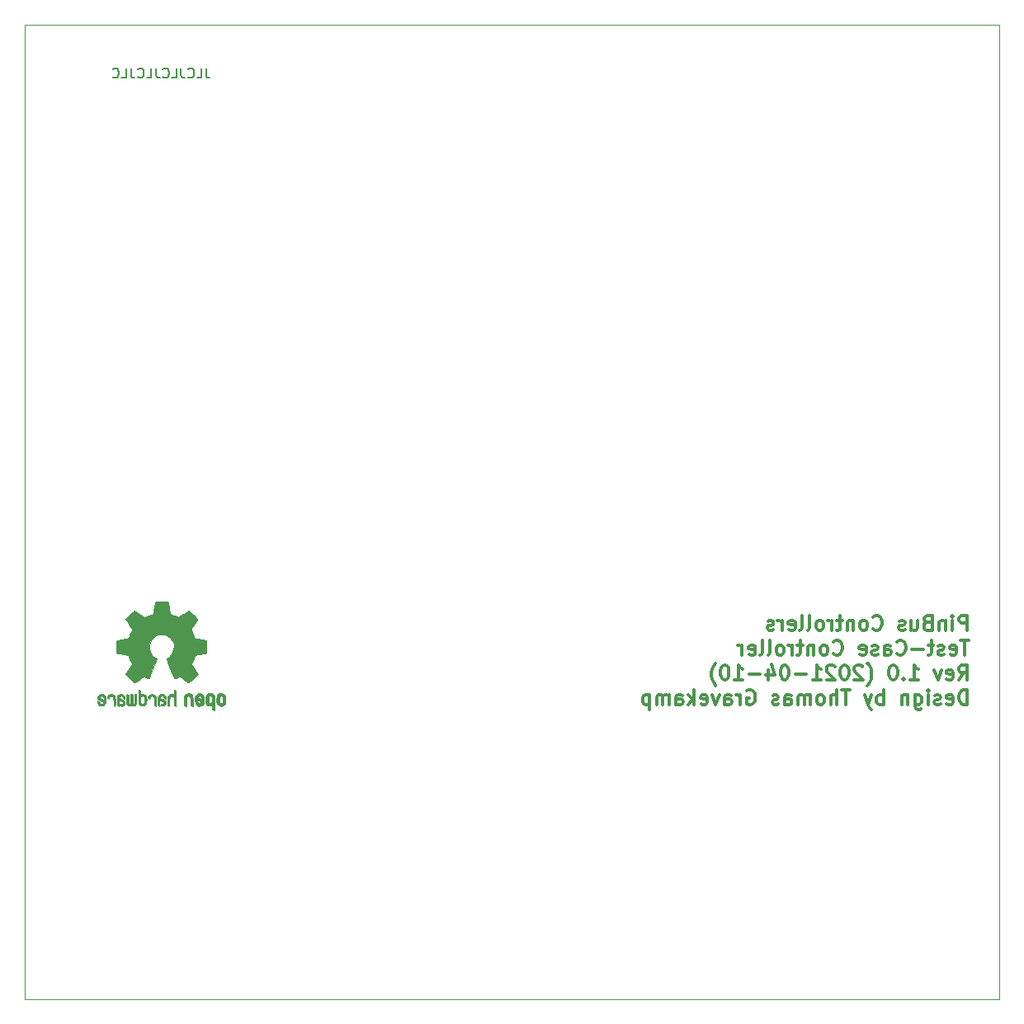
<source format=gbr>
G04 #@! TF.GenerationSoftware,KiCad,Pcbnew,(5.1.0)-1*
G04 #@! TF.CreationDate,2021-07-08T22:58:53+02:00*
G04 #@! TF.ProjectId,test-case-controller,74657374-2d63-4617-9365-2d636f6e7472,V1.0*
G04 #@! TF.SameCoordinates,Original*
G04 #@! TF.FileFunction,Legend,Bot*
G04 #@! TF.FilePolarity,Positive*
%FSLAX46Y46*%
G04 Gerber Fmt 4.6, Leading zero omitted, Abs format (unit mm)*
G04 Created by KiCad (PCBNEW (5.1.0)-1) date 2021-07-08 22:58:53*
%MOMM*%
%LPD*%
G04 APERTURE LIST*
%ADD10C,0.150000*%
%ADD11C,0.300000*%
%ADD12C,0.050000*%
%ADD13C,0.010000*%
G04 APERTURE END LIST*
D10*
X33619047Y-19452380D02*
X33619047Y-20166666D01*
X33666666Y-20309523D01*
X33761904Y-20404761D01*
X33904761Y-20452380D01*
X34000000Y-20452380D01*
X32666666Y-20452380D02*
X33142857Y-20452380D01*
X33142857Y-19452380D01*
X31761904Y-20357142D02*
X31809523Y-20404761D01*
X31952380Y-20452380D01*
X32047619Y-20452380D01*
X32190476Y-20404761D01*
X32285714Y-20309523D01*
X32333333Y-20214285D01*
X32380952Y-20023809D01*
X32380952Y-19880952D01*
X32333333Y-19690476D01*
X32285714Y-19595238D01*
X32190476Y-19500000D01*
X32047619Y-19452380D01*
X31952380Y-19452380D01*
X31809523Y-19500000D01*
X31761904Y-19547619D01*
X31047619Y-19452380D02*
X31047619Y-20166666D01*
X31095238Y-20309523D01*
X31190476Y-20404761D01*
X31333333Y-20452380D01*
X31428571Y-20452380D01*
X30095238Y-20452380D02*
X30571428Y-20452380D01*
X30571428Y-19452380D01*
X29190476Y-20357142D02*
X29238095Y-20404761D01*
X29380952Y-20452380D01*
X29476190Y-20452380D01*
X29619047Y-20404761D01*
X29714285Y-20309523D01*
X29761904Y-20214285D01*
X29809523Y-20023809D01*
X29809523Y-19880952D01*
X29761904Y-19690476D01*
X29714285Y-19595238D01*
X29619047Y-19500000D01*
X29476190Y-19452380D01*
X29380952Y-19452380D01*
X29238095Y-19500000D01*
X29190476Y-19547619D01*
X28476190Y-19452380D02*
X28476190Y-20166666D01*
X28523809Y-20309523D01*
X28619047Y-20404761D01*
X28761904Y-20452380D01*
X28857142Y-20452380D01*
X27523809Y-20452380D02*
X28000000Y-20452380D01*
X28000000Y-19452380D01*
X26619047Y-20357142D02*
X26666666Y-20404761D01*
X26809523Y-20452380D01*
X26904761Y-20452380D01*
X27047619Y-20404761D01*
X27142857Y-20309523D01*
X27190476Y-20214285D01*
X27238095Y-20023809D01*
X27238095Y-19880952D01*
X27190476Y-19690476D01*
X27142857Y-19595238D01*
X27047619Y-19500000D01*
X26904761Y-19452380D01*
X26809523Y-19452380D01*
X26666666Y-19500000D01*
X26619047Y-19547619D01*
X25904761Y-19452380D02*
X25904761Y-20166666D01*
X25952380Y-20309523D01*
X26047619Y-20404761D01*
X26190476Y-20452380D01*
X26285714Y-20452380D01*
X24952380Y-20452380D02*
X25428571Y-20452380D01*
X25428571Y-19452380D01*
X24047619Y-20357142D02*
X24095238Y-20404761D01*
X24238095Y-20452380D01*
X24333333Y-20452380D01*
X24476190Y-20404761D01*
X24571428Y-20309523D01*
X24619047Y-20214285D01*
X24666666Y-20023809D01*
X24666666Y-19880952D01*
X24619047Y-19690476D01*
X24571428Y-19595238D01*
X24476190Y-19500000D01*
X24333333Y-19452380D01*
X24238095Y-19452380D01*
X24095238Y-19500000D01*
X24047619Y-19547619D01*
D11*
X111697857Y-77103571D02*
X111697857Y-75603571D01*
X111126428Y-75603571D01*
X110983571Y-75675000D01*
X110912142Y-75746428D01*
X110840714Y-75889285D01*
X110840714Y-76103571D01*
X110912142Y-76246428D01*
X110983571Y-76317857D01*
X111126428Y-76389285D01*
X111697857Y-76389285D01*
X110197857Y-77103571D02*
X110197857Y-76103571D01*
X110197857Y-75603571D02*
X110269285Y-75675000D01*
X110197857Y-75746428D01*
X110126428Y-75675000D01*
X110197857Y-75603571D01*
X110197857Y-75746428D01*
X109483571Y-76103571D02*
X109483571Y-77103571D01*
X109483571Y-76246428D02*
X109412142Y-76175000D01*
X109269285Y-76103571D01*
X109055000Y-76103571D01*
X108912142Y-76175000D01*
X108840714Y-76317857D01*
X108840714Y-77103571D01*
X107626428Y-76317857D02*
X107412142Y-76389285D01*
X107340714Y-76460714D01*
X107269285Y-76603571D01*
X107269285Y-76817857D01*
X107340714Y-76960714D01*
X107412142Y-77032142D01*
X107555000Y-77103571D01*
X108126428Y-77103571D01*
X108126428Y-75603571D01*
X107626428Y-75603571D01*
X107483571Y-75675000D01*
X107412142Y-75746428D01*
X107340714Y-75889285D01*
X107340714Y-76032142D01*
X107412142Y-76175000D01*
X107483571Y-76246428D01*
X107626428Y-76317857D01*
X108126428Y-76317857D01*
X105983571Y-76103571D02*
X105983571Y-77103571D01*
X106626428Y-76103571D02*
X106626428Y-76889285D01*
X106555000Y-77032142D01*
X106412142Y-77103571D01*
X106197857Y-77103571D01*
X106055000Y-77032142D01*
X105983571Y-76960714D01*
X105340714Y-77032142D02*
X105197857Y-77103571D01*
X104912142Y-77103571D01*
X104769285Y-77032142D01*
X104697857Y-76889285D01*
X104697857Y-76817857D01*
X104769285Y-76675000D01*
X104912142Y-76603571D01*
X105126428Y-76603571D01*
X105269285Y-76532142D01*
X105340714Y-76389285D01*
X105340714Y-76317857D01*
X105269285Y-76175000D01*
X105126428Y-76103571D01*
X104912142Y-76103571D01*
X104769285Y-76175000D01*
X102055000Y-76960714D02*
X102126428Y-77032142D01*
X102340714Y-77103571D01*
X102483571Y-77103571D01*
X102697857Y-77032142D01*
X102840714Y-76889285D01*
X102912142Y-76746428D01*
X102983571Y-76460714D01*
X102983571Y-76246428D01*
X102912142Y-75960714D01*
X102840714Y-75817857D01*
X102697857Y-75675000D01*
X102483571Y-75603571D01*
X102340714Y-75603571D01*
X102126428Y-75675000D01*
X102055000Y-75746428D01*
X101197857Y-77103571D02*
X101340714Y-77032142D01*
X101412142Y-76960714D01*
X101483571Y-76817857D01*
X101483571Y-76389285D01*
X101412142Y-76246428D01*
X101340714Y-76175000D01*
X101197857Y-76103571D01*
X100983571Y-76103571D01*
X100840714Y-76175000D01*
X100769285Y-76246428D01*
X100697857Y-76389285D01*
X100697857Y-76817857D01*
X100769285Y-76960714D01*
X100840714Y-77032142D01*
X100983571Y-77103571D01*
X101197857Y-77103571D01*
X100055000Y-76103571D02*
X100055000Y-77103571D01*
X100055000Y-76246428D02*
X99983571Y-76175000D01*
X99840714Y-76103571D01*
X99626428Y-76103571D01*
X99483571Y-76175000D01*
X99412142Y-76317857D01*
X99412142Y-77103571D01*
X98912142Y-76103571D02*
X98340714Y-76103571D01*
X98697857Y-75603571D02*
X98697857Y-76889285D01*
X98626428Y-77032142D01*
X98483571Y-77103571D01*
X98340714Y-77103571D01*
X97840714Y-77103571D02*
X97840714Y-76103571D01*
X97840714Y-76389285D02*
X97769285Y-76246428D01*
X97697857Y-76175000D01*
X97555000Y-76103571D01*
X97412142Y-76103571D01*
X96697857Y-77103571D02*
X96840714Y-77032142D01*
X96912142Y-76960714D01*
X96983571Y-76817857D01*
X96983571Y-76389285D01*
X96912142Y-76246428D01*
X96840714Y-76175000D01*
X96697857Y-76103571D01*
X96483571Y-76103571D01*
X96340714Y-76175000D01*
X96269285Y-76246428D01*
X96197857Y-76389285D01*
X96197857Y-76817857D01*
X96269285Y-76960714D01*
X96340714Y-77032142D01*
X96483571Y-77103571D01*
X96697857Y-77103571D01*
X95340714Y-77103571D02*
X95483571Y-77032142D01*
X95555000Y-76889285D01*
X95555000Y-75603571D01*
X94555000Y-77103571D02*
X94697857Y-77032142D01*
X94769285Y-76889285D01*
X94769285Y-75603571D01*
X93412142Y-77032142D02*
X93555000Y-77103571D01*
X93840714Y-77103571D01*
X93983571Y-77032142D01*
X94055000Y-76889285D01*
X94055000Y-76317857D01*
X93983571Y-76175000D01*
X93840714Y-76103571D01*
X93555000Y-76103571D01*
X93412142Y-76175000D01*
X93340714Y-76317857D01*
X93340714Y-76460714D01*
X94055000Y-76603571D01*
X92697857Y-77103571D02*
X92697857Y-76103571D01*
X92697857Y-76389285D02*
X92626428Y-76246428D01*
X92555000Y-76175000D01*
X92412142Y-76103571D01*
X92269285Y-76103571D01*
X91840714Y-77032142D02*
X91697857Y-77103571D01*
X91412142Y-77103571D01*
X91269285Y-77032142D01*
X91197857Y-76889285D01*
X91197857Y-76817857D01*
X91269285Y-76675000D01*
X91412142Y-76603571D01*
X91626428Y-76603571D01*
X91769285Y-76532142D01*
X91840714Y-76389285D01*
X91840714Y-76317857D01*
X91769285Y-76175000D01*
X91626428Y-76103571D01*
X91412142Y-76103571D01*
X91269285Y-76175000D01*
X111912142Y-78153571D02*
X111055000Y-78153571D01*
X111483571Y-79653571D02*
X111483571Y-78153571D01*
X109983571Y-79582142D02*
X110126428Y-79653571D01*
X110412142Y-79653571D01*
X110555000Y-79582142D01*
X110626428Y-79439285D01*
X110626428Y-78867857D01*
X110555000Y-78725000D01*
X110412142Y-78653571D01*
X110126428Y-78653571D01*
X109983571Y-78725000D01*
X109912142Y-78867857D01*
X109912142Y-79010714D01*
X110626428Y-79153571D01*
X109340714Y-79582142D02*
X109197857Y-79653571D01*
X108912142Y-79653571D01*
X108769285Y-79582142D01*
X108697857Y-79439285D01*
X108697857Y-79367857D01*
X108769285Y-79225000D01*
X108912142Y-79153571D01*
X109126428Y-79153571D01*
X109269285Y-79082142D01*
X109340714Y-78939285D01*
X109340714Y-78867857D01*
X109269285Y-78725000D01*
X109126428Y-78653571D01*
X108912142Y-78653571D01*
X108769285Y-78725000D01*
X108269285Y-78653571D02*
X107697857Y-78653571D01*
X108055000Y-78153571D02*
X108055000Y-79439285D01*
X107983571Y-79582142D01*
X107840714Y-79653571D01*
X107697857Y-79653571D01*
X107197857Y-79082142D02*
X106055000Y-79082142D01*
X104483571Y-79510714D02*
X104555000Y-79582142D01*
X104769285Y-79653571D01*
X104912142Y-79653571D01*
X105126428Y-79582142D01*
X105269285Y-79439285D01*
X105340714Y-79296428D01*
X105412142Y-79010714D01*
X105412142Y-78796428D01*
X105340714Y-78510714D01*
X105269285Y-78367857D01*
X105126428Y-78225000D01*
X104912142Y-78153571D01*
X104769285Y-78153571D01*
X104555000Y-78225000D01*
X104483571Y-78296428D01*
X103197857Y-79653571D02*
X103197857Y-78867857D01*
X103269285Y-78725000D01*
X103412142Y-78653571D01*
X103697857Y-78653571D01*
X103840714Y-78725000D01*
X103197857Y-79582142D02*
X103340714Y-79653571D01*
X103697857Y-79653571D01*
X103840714Y-79582142D01*
X103912142Y-79439285D01*
X103912142Y-79296428D01*
X103840714Y-79153571D01*
X103697857Y-79082142D01*
X103340714Y-79082142D01*
X103197857Y-79010714D01*
X102555000Y-79582142D02*
X102412142Y-79653571D01*
X102126428Y-79653571D01*
X101983571Y-79582142D01*
X101912142Y-79439285D01*
X101912142Y-79367857D01*
X101983571Y-79225000D01*
X102126428Y-79153571D01*
X102340714Y-79153571D01*
X102483571Y-79082142D01*
X102555000Y-78939285D01*
X102555000Y-78867857D01*
X102483571Y-78725000D01*
X102340714Y-78653571D01*
X102126428Y-78653571D01*
X101983571Y-78725000D01*
X100697857Y-79582142D02*
X100840714Y-79653571D01*
X101126428Y-79653571D01*
X101269285Y-79582142D01*
X101340714Y-79439285D01*
X101340714Y-78867857D01*
X101269285Y-78725000D01*
X101126428Y-78653571D01*
X100840714Y-78653571D01*
X100697857Y-78725000D01*
X100626428Y-78867857D01*
X100626428Y-79010714D01*
X101340714Y-79153571D01*
X97983571Y-79510714D02*
X98055000Y-79582142D01*
X98269285Y-79653571D01*
X98412142Y-79653571D01*
X98626428Y-79582142D01*
X98769285Y-79439285D01*
X98840714Y-79296428D01*
X98912142Y-79010714D01*
X98912142Y-78796428D01*
X98840714Y-78510714D01*
X98769285Y-78367857D01*
X98626428Y-78225000D01*
X98412142Y-78153571D01*
X98269285Y-78153571D01*
X98055000Y-78225000D01*
X97983571Y-78296428D01*
X97126428Y-79653571D02*
X97269285Y-79582142D01*
X97340714Y-79510714D01*
X97412142Y-79367857D01*
X97412142Y-78939285D01*
X97340714Y-78796428D01*
X97269285Y-78725000D01*
X97126428Y-78653571D01*
X96912142Y-78653571D01*
X96769285Y-78725000D01*
X96697857Y-78796428D01*
X96626428Y-78939285D01*
X96626428Y-79367857D01*
X96697857Y-79510714D01*
X96769285Y-79582142D01*
X96912142Y-79653571D01*
X97126428Y-79653571D01*
X95983571Y-78653571D02*
X95983571Y-79653571D01*
X95983571Y-78796428D02*
X95912142Y-78725000D01*
X95769285Y-78653571D01*
X95555000Y-78653571D01*
X95412142Y-78725000D01*
X95340714Y-78867857D01*
X95340714Y-79653571D01*
X94840714Y-78653571D02*
X94269285Y-78653571D01*
X94626428Y-78153571D02*
X94626428Y-79439285D01*
X94555000Y-79582142D01*
X94412142Y-79653571D01*
X94269285Y-79653571D01*
X93769285Y-79653571D02*
X93769285Y-78653571D01*
X93769285Y-78939285D02*
X93697857Y-78796428D01*
X93626428Y-78725000D01*
X93483571Y-78653571D01*
X93340714Y-78653571D01*
X92626428Y-79653571D02*
X92769285Y-79582142D01*
X92840714Y-79510714D01*
X92912142Y-79367857D01*
X92912142Y-78939285D01*
X92840714Y-78796428D01*
X92769285Y-78725000D01*
X92626428Y-78653571D01*
X92412142Y-78653571D01*
X92269285Y-78725000D01*
X92197857Y-78796428D01*
X92126428Y-78939285D01*
X92126428Y-79367857D01*
X92197857Y-79510714D01*
X92269285Y-79582142D01*
X92412142Y-79653571D01*
X92626428Y-79653571D01*
X91269285Y-79653571D02*
X91412142Y-79582142D01*
X91483571Y-79439285D01*
X91483571Y-78153571D01*
X90483571Y-79653571D02*
X90626428Y-79582142D01*
X90697857Y-79439285D01*
X90697857Y-78153571D01*
X89340714Y-79582142D02*
X89483571Y-79653571D01*
X89769285Y-79653571D01*
X89912142Y-79582142D01*
X89983571Y-79439285D01*
X89983571Y-78867857D01*
X89912142Y-78725000D01*
X89769285Y-78653571D01*
X89483571Y-78653571D01*
X89340714Y-78725000D01*
X89269285Y-78867857D01*
X89269285Y-79010714D01*
X89983571Y-79153571D01*
X88626428Y-79653571D02*
X88626428Y-78653571D01*
X88626428Y-78939285D02*
X88555000Y-78796428D01*
X88483571Y-78725000D01*
X88340714Y-78653571D01*
X88197857Y-78653571D01*
X110840714Y-82203571D02*
X111340714Y-81489285D01*
X111697857Y-82203571D02*
X111697857Y-80703571D01*
X111126428Y-80703571D01*
X110983571Y-80775000D01*
X110912142Y-80846428D01*
X110840714Y-80989285D01*
X110840714Y-81203571D01*
X110912142Y-81346428D01*
X110983571Y-81417857D01*
X111126428Y-81489285D01*
X111697857Y-81489285D01*
X109626428Y-82132142D02*
X109769285Y-82203571D01*
X110055000Y-82203571D01*
X110197857Y-82132142D01*
X110269285Y-81989285D01*
X110269285Y-81417857D01*
X110197857Y-81275000D01*
X110055000Y-81203571D01*
X109769285Y-81203571D01*
X109626428Y-81275000D01*
X109555000Y-81417857D01*
X109555000Y-81560714D01*
X110269285Y-81703571D01*
X109055000Y-81203571D02*
X108697857Y-82203571D01*
X108340714Y-81203571D01*
X105840714Y-82203571D02*
X106697857Y-82203571D01*
X106269285Y-82203571D02*
X106269285Y-80703571D01*
X106412142Y-80917857D01*
X106555000Y-81060714D01*
X106697857Y-81132142D01*
X105197857Y-82060714D02*
X105126428Y-82132142D01*
X105197857Y-82203571D01*
X105269285Y-82132142D01*
X105197857Y-82060714D01*
X105197857Y-82203571D01*
X104197857Y-80703571D02*
X104055000Y-80703571D01*
X103912142Y-80775000D01*
X103840714Y-80846428D01*
X103769285Y-80989285D01*
X103697857Y-81275000D01*
X103697857Y-81632142D01*
X103769285Y-81917857D01*
X103840714Y-82060714D01*
X103912142Y-82132142D01*
X104055000Y-82203571D01*
X104197857Y-82203571D01*
X104340714Y-82132142D01*
X104412142Y-82060714D01*
X104483571Y-81917857D01*
X104555000Y-81632142D01*
X104555000Y-81275000D01*
X104483571Y-80989285D01*
X104412142Y-80846428D01*
X104340714Y-80775000D01*
X104197857Y-80703571D01*
X101483571Y-82775000D02*
X101555000Y-82703571D01*
X101697857Y-82489285D01*
X101769285Y-82346428D01*
X101840714Y-82132142D01*
X101912142Y-81775000D01*
X101912142Y-81489285D01*
X101840714Y-81132142D01*
X101769285Y-80917857D01*
X101697857Y-80775000D01*
X101555000Y-80560714D01*
X101483571Y-80489285D01*
X100983571Y-80846428D02*
X100912142Y-80775000D01*
X100769285Y-80703571D01*
X100412142Y-80703571D01*
X100269285Y-80775000D01*
X100197857Y-80846428D01*
X100126428Y-80989285D01*
X100126428Y-81132142D01*
X100197857Y-81346428D01*
X101055000Y-82203571D01*
X100126428Y-82203571D01*
X99197857Y-80703571D02*
X99055000Y-80703571D01*
X98912142Y-80775000D01*
X98840714Y-80846428D01*
X98769285Y-80989285D01*
X98697857Y-81275000D01*
X98697857Y-81632142D01*
X98769285Y-81917857D01*
X98840714Y-82060714D01*
X98912142Y-82132142D01*
X99055000Y-82203571D01*
X99197857Y-82203571D01*
X99340714Y-82132142D01*
X99412142Y-82060714D01*
X99483571Y-81917857D01*
X99555000Y-81632142D01*
X99555000Y-81275000D01*
X99483571Y-80989285D01*
X99412142Y-80846428D01*
X99340714Y-80775000D01*
X99197857Y-80703571D01*
X98126428Y-80846428D02*
X98055000Y-80775000D01*
X97912142Y-80703571D01*
X97555000Y-80703571D01*
X97412142Y-80775000D01*
X97340714Y-80846428D01*
X97269285Y-80989285D01*
X97269285Y-81132142D01*
X97340714Y-81346428D01*
X98197857Y-82203571D01*
X97269285Y-82203571D01*
X95840714Y-82203571D02*
X96697857Y-82203571D01*
X96269285Y-82203571D02*
X96269285Y-80703571D01*
X96412142Y-80917857D01*
X96555000Y-81060714D01*
X96697857Y-81132142D01*
X95197857Y-81632142D02*
X94055000Y-81632142D01*
X93055000Y-80703571D02*
X92912142Y-80703571D01*
X92769285Y-80775000D01*
X92697857Y-80846428D01*
X92626428Y-80989285D01*
X92555000Y-81275000D01*
X92555000Y-81632142D01*
X92626428Y-81917857D01*
X92697857Y-82060714D01*
X92769285Y-82132142D01*
X92912142Y-82203571D01*
X93055000Y-82203571D01*
X93197857Y-82132142D01*
X93269285Y-82060714D01*
X93340714Y-81917857D01*
X93412142Y-81632142D01*
X93412142Y-81275000D01*
X93340714Y-80989285D01*
X93269285Y-80846428D01*
X93197857Y-80775000D01*
X93055000Y-80703571D01*
X91269285Y-81203571D02*
X91269285Y-82203571D01*
X91626428Y-80632142D02*
X91983571Y-81703571D01*
X91055000Y-81703571D01*
X90483571Y-81632142D02*
X89340714Y-81632142D01*
X87840714Y-82203571D02*
X88697857Y-82203571D01*
X88269285Y-82203571D02*
X88269285Y-80703571D01*
X88412142Y-80917857D01*
X88555000Y-81060714D01*
X88697857Y-81132142D01*
X86912142Y-80703571D02*
X86769285Y-80703571D01*
X86626428Y-80775000D01*
X86555000Y-80846428D01*
X86483571Y-80989285D01*
X86412142Y-81275000D01*
X86412142Y-81632142D01*
X86483571Y-81917857D01*
X86555000Y-82060714D01*
X86626428Y-82132142D01*
X86769285Y-82203571D01*
X86912142Y-82203571D01*
X87055000Y-82132142D01*
X87126428Y-82060714D01*
X87197857Y-81917857D01*
X87269285Y-81632142D01*
X87269285Y-81275000D01*
X87197857Y-80989285D01*
X87126428Y-80846428D01*
X87055000Y-80775000D01*
X86912142Y-80703571D01*
X85912142Y-82775000D02*
X85840714Y-82703571D01*
X85697857Y-82489285D01*
X85626428Y-82346428D01*
X85555000Y-82132142D01*
X85483571Y-81775000D01*
X85483571Y-81489285D01*
X85555000Y-81132142D01*
X85626428Y-80917857D01*
X85697857Y-80775000D01*
X85840714Y-80560714D01*
X85912142Y-80489285D01*
X111697857Y-84753571D02*
X111697857Y-83253571D01*
X111340714Y-83253571D01*
X111126428Y-83325000D01*
X110983571Y-83467857D01*
X110912142Y-83610714D01*
X110840714Y-83896428D01*
X110840714Y-84110714D01*
X110912142Y-84396428D01*
X110983571Y-84539285D01*
X111126428Y-84682142D01*
X111340714Y-84753571D01*
X111697857Y-84753571D01*
X109626428Y-84682142D02*
X109769285Y-84753571D01*
X110055000Y-84753571D01*
X110197857Y-84682142D01*
X110269285Y-84539285D01*
X110269285Y-83967857D01*
X110197857Y-83825000D01*
X110055000Y-83753571D01*
X109769285Y-83753571D01*
X109626428Y-83825000D01*
X109555000Y-83967857D01*
X109555000Y-84110714D01*
X110269285Y-84253571D01*
X108983571Y-84682142D02*
X108840714Y-84753571D01*
X108555000Y-84753571D01*
X108412142Y-84682142D01*
X108340714Y-84539285D01*
X108340714Y-84467857D01*
X108412142Y-84325000D01*
X108555000Y-84253571D01*
X108769285Y-84253571D01*
X108912142Y-84182142D01*
X108983571Y-84039285D01*
X108983571Y-83967857D01*
X108912142Y-83825000D01*
X108769285Y-83753571D01*
X108555000Y-83753571D01*
X108412142Y-83825000D01*
X107697857Y-84753571D02*
X107697857Y-83753571D01*
X107697857Y-83253571D02*
X107769285Y-83325000D01*
X107697857Y-83396428D01*
X107626428Y-83325000D01*
X107697857Y-83253571D01*
X107697857Y-83396428D01*
X106340714Y-83753571D02*
X106340714Y-84967857D01*
X106412142Y-85110714D01*
X106483571Y-85182142D01*
X106626428Y-85253571D01*
X106840714Y-85253571D01*
X106983571Y-85182142D01*
X106340714Y-84682142D02*
X106483571Y-84753571D01*
X106769285Y-84753571D01*
X106912142Y-84682142D01*
X106983571Y-84610714D01*
X107055000Y-84467857D01*
X107055000Y-84039285D01*
X106983571Y-83896428D01*
X106912142Y-83825000D01*
X106769285Y-83753571D01*
X106483571Y-83753571D01*
X106340714Y-83825000D01*
X105626428Y-83753571D02*
X105626428Y-84753571D01*
X105626428Y-83896428D02*
X105555000Y-83825000D01*
X105412142Y-83753571D01*
X105197857Y-83753571D01*
X105055000Y-83825000D01*
X104983571Y-83967857D01*
X104983571Y-84753571D01*
X103126428Y-84753571D02*
X103126428Y-83253571D01*
X103126428Y-83825000D02*
X102983571Y-83753571D01*
X102697857Y-83753571D01*
X102555000Y-83825000D01*
X102483571Y-83896428D01*
X102412142Y-84039285D01*
X102412142Y-84467857D01*
X102483571Y-84610714D01*
X102555000Y-84682142D01*
X102697857Y-84753571D01*
X102983571Y-84753571D01*
X103126428Y-84682142D01*
X101912142Y-83753571D02*
X101555000Y-84753571D01*
X101197857Y-83753571D02*
X101555000Y-84753571D01*
X101697857Y-85110714D01*
X101769285Y-85182142D01*
X101912142Y-85253571D01*
X99697857Y-83253571D02*
X98840714Y-83253571D01*
X99269285Y-84753571D02*
X99269285Y-83253571D01*
X98340714Y-84753571D02*
X98340714Y-83253571D01*
X97697857Y-84753571D02*
X97697857Y-83967857D01*
X97769285Y-83825000D01*
X97912142Y-83753571D01*
X98126428Y-83753571D01*
X98269285Y-83825000D01*
X98340714Y-83896428D01*
X96769285Y-84753571D02*
X96912142Y-84682142D01*
X96983571Y-84610714D01*
X97055000Y-84467857D01*
X97055000Y-84039285D01*
X96983571Y-83896428D01*
X96912142Y-83825000D01*
X96769285Y-83753571D01*
X96555000Y-83753571D01*
X96412142Y-83825000D01*
X96340714Y-83896428D01*
X96269285Y-84039285D01*
X96269285Y-84467857D01*
X96340714Y-84610714D01*
X96412142Y-84682142D01*
X96555000Y-84753571D01*
X96769285Y-84753571D01*
X95626428Y-84753571D02*
X95626428Y-83753571D01*
X95626428Y-83896428D02*
X95555000Y-83825000D01*
X95412142Y-83753571D01*
X95197857Y-83753571D01*
X95055000Y-83825000D01*
X94983571Y-83967857D01*
X94983571Y-84753571D01*
X94983571Y-83967857D02*
X94912142Y-83825000D01*
X94769285Y-83753571D01*
X94555000Y-83753571D01*
X94412142Y-83825000D01*
X94340714Y-83967857D01*
X94340714Y-84753571D01*
X92983571Y-84753571D02*
X92983571Y-83967857D01*
X93055000Y-83825000D01*
X93197857Y-83753571D01*
X93483571Y-83753571D01*
X93626428Y-83825000D01*
X92983571Y-84682142D02*
X93126428Y-84753571D01*
X93483571Y-84753571D01*
X93626428Y-84682142D01*
X93697857Y-84539285D01*
X93697857Y-84396428D01*
X93626428Y-84253571D01*
X93483571Y-84182142D01*
X93126428Y-84182142D01*
X92983571Y-84110714D01*
X92340714Y-84682142D02*
X92197857Y-84753571D01*
X91912142Y-84753571D01*
X91769285Y-84682142D01*
X91697857Y-84539285D01*
X91697857Y-84467857D01*
X91769285Y-84325000D01*
X91912142Y-84253571D01*
X92126428Y-84253571D01*
X92269285Y-84182142D01*
X92340714Y-84039285D01*
X92340714Y-83967857D01*
X92269285Y-83825000D01*
X92126428Y-83753571D01*
X91912142Y-83753571D01*
X91769285Y-83825000D01*
X89126428Y-83325000D02*
X89269285Y-83253571D01*
X89483571Y-83253571D01*
X89697857Y-83325000D01*
X89840714Y-83467857D01*
X89912142Y-83610714D01*
X89983571Y-83896428D01*
X89983571Y-84110714D01*
X89912142Y-84396428D01*
X89840714Y-84539285D01*
X89697857Y-84682142D01*
X89483571Y-84753571D01*
X89340714Y-84753571D01*
X89126428Y-84682142D01*
X89055000Y-84610714D01*
X89055000Y-84110714D01*
X89340714Y-84110714D01*
X88412142Y-84753571D02*
X88412142Y-83753571D01*
X88412142Y-84039285D02*
X88340714Y-83896428D01*
X88269285Y-83825000D01*
X88126428Y-83753571D01*
X87983571Y-83753571D01*
X86840714Y-84753571D02*
X86840714Y-83967857D01*
X86912142Y-83825000D01*
X87055000Y-83753571D01*
X87340714Y-83753571D01*
X87483571Y-83825000D01*
X86840714Y-84682142D02*
X86983571Y-84753571D01*
X87340714Y-84753571D01*
X87483571Y-84682142D01*
X87555000Y-84539285D01*
X87555000Y-84396428D01*
X87483571Y-84253571D01*
X87340714Y-84182142D01*
X86983571Y-84182142D01*
X86840714Y-84110714D01*
X86269285Y-83753571D02*
X85912142Y-84753571D01*
X85555000Y-83753571D01*
X84412142Y-84682142D02*
X84555000Y-84753571D01*
X84840714Y-84753571D01*
X84983571Y-84682142D01*
X85055000Y-84539285D01*
X85055000Y-83967857D01*
X84983571Y-83825000D01*
X84840714Y-83753571D01*
X84555000Y-83753571D01*
X84412142Y-83825000D01*
X84340714Y-83967857D01*
X84340714Y-84110714D01*
X85055000Y-84253571D01*
X83697857Y-84753571D02*
X83697857Y-83253571D01*
X83555000Y-84182142D02*
X83126428Y-84753571D01*
X83126428Y-83753571D02*
X83697857Y-84325000D01*
X81840714Y-84753571D02*
X81840714Y-83967857D01*
X81912142Y-83825000D01*
X82055000Y-83753571D01*
X82340714Y-83753571D01*
X82483571Y-83825000D01*
X81840714Y-84682142D02*
X81983571Y-84753571D01*
X82340714Y-84753571D01*
X82483571Y-84682142D01*
X82555000Y-84539285D01*
X82555000Y-84396428D01*
X82483571Y-84253571D01*
X82340714Y-84182142D01*
X81983571Y-84182142D01*
X81840714Y-84110714D01*
X81126428Y-84753571D02*
X81126428Y-83753571D01*
X81126428Y-83896428D02*
X81055000Y-83825000D01*
X80912142Y-83753571D01*
X80697857Y-83753571D01*
X80555000Y-83825000D01*
X80483571Y-83967857D01*
X80483571Y-84753571D01*
X80483571Y-83967857D02*
X80412142Y-83825000D01*
X80269285Y-83753571D01*
X80055000Y-83753571D01*
X79912142Y-83825000D01*
X79840714Y-83967857D01*
X79840714Y-84753571D01*
X79126428Y-83753571D02*
X79126428Y-85253571D01*
X79126428Y-83825000D02*
X78983571Y-83753571D01*
X78697857Y-83753571D01*
X78555000Y-83825000D01*
X78483571Y-83896428D01*
X78412142Y-84039285D01*
X78412142Y-84467857D01*
X78483571Y-84610714D01*
X78555000Y-84682142D01*
X78697857Y-84753571D01*
X78983571Y-84753571D01*
X79126428Y-84682142D01*
D12*
X15000000Y-115000000D02*
X15000000Y-15000000D01*
X15000000Y-115000000D02*
X115000000Y-115000000D01*
X115000000Y-15000000D02*
X115000000Y-115000000D01*
X15000000Y-15000000D02*
X115000000Y-15000000D01*
D13*
G36*
X28840986Y-74202998D02*
G01*
X28682994Y-74203863D01*
X28568653Y-74206205D01*
X28490593Y-74210762D01*
X28441446Y-74218270D01*
X28413841Y-74229466D01*
X28400408Y-74245088D01*
X28393779Y-74265873D01*
X28393135Y-74268563D01*
X28383065Y-74317113D01*
X28364425Y-74412905D01*
X28339155Y-74545743D01*
X28309193Y-74705431D01*
X28276478Y-74881774D01*
X28275336Y-74887967D01*
X28242567Y-75060782D01*
X28211907Y-75213469D01*
X28185336Y-75336871D01*
X28164833Y-75421831D01*
X28152374Y-75459190D01*
X28151780Y-75459852D01*
X28115081Y-75478095D01*
X28039414Y-75508497D01*
X27941122Y-75544493D01*
X27940575Y-75544685D01*
X27816767Y-75591222D01*
X27670804Y-75650504D01*
X27533219Y-75710109D01*
X27526707Y-75713056D01*
X27302610Y-75814765D01*
X26806381Y-75475897D01*
X26654154Y-75372592D01*
X26516259Y-75280237D01*
X26400685Y-75204084D01*
X26315421Y-75149385D01*
X26268456Y-75121393D01*
X26263996Y-75119317D01*
X26229866Y-75128560D01*
X26166119Y-75173156D01*
X26070269Y-75255209D01*
X25939831Y-75376821D01*
X25806672Y-75506205D01*
X25678306Y-75633702D01*
X25563419Y-75750046D01*
X25468927Y-75848052D01*
X25401747Y-75920536D01*
X25368794Y-75960313D01*
X25367568Y-75962361D01*
X25363926Y-75989656D01*
X25377650Y-76034234D01*
X25412131Y-76102112D01*
X25470761Y-76199311D01*
X25556930Y-76331851D01*
X25671800Y-76502476D01*
X25773746Y-76652655D01*
X25864877Y-76787350D01*
X25939927Y-76898740D01*
X25993631Y-76979005D01*
X26020720Y-77020325D01*
X26022426Y-77023130D01*
X26019118Y-77062721D01*
X25994047Y-77139669D01*
X25952202Y-77239432D01*
X25937288Y-77271291D01*
X25872214Y-77413226D01*
X25802788Y-77574273D01*
X25746391Y-77713621D01*
X25705753Y-77817044D01*
X25673474Y-77895642D01*
X25654822Y-77936720D01*
X25652503Y-77939885D01*
X25618197Y-77945128D01*
X25537331Y-77959494D01*
X25420657Y-77980937D01*
X25278925Y-78007413D01*
X25122890Y-78036877D01*
X24963302Y-78067283D01*
X24810915Y-78096588D01*
X24676479Y-78122745D01*
X24570748Y-78143710D01*
X24504474Y-78157439D01*
X24488218Y-78161320D01*
X24471427Y-78170900D01*
X24458751Y-78192536D01*
X24449622Y-78233531D01*
X24443469Y-78301189D01*
X24439720Y-78402812D01*
X24437808Y-78545703D01*
X24437160Y-78737165D01*
X24437126Y-78815645D01*
X24437126Y-79453906D01*
X24590402Y-79484160D01*
X24675678Y-79500564D01*
X24802930Y-79524509D01*
X24956685Y-79553107D01*
X25121466Y-79583467D01*
X25167011Y-79591806D01*
X25319068Y-79621370D01*
X25451532Y-79650442D01*
X25553286Y-79676329D01*
X25613212Y-79696337D01*
X25623195Y-79702301D01*
X25647707Y-79744534D01*
X25682852Y-79826370D01*
X25721827Y-79931683D01*
X25729558Y-79954368D01*
X25780640Y-80095018D01*
X25844046Y-80253714D01*
X25906096Y-80396225D01*
X25906402Y-80396886D01*
X26009733Y-80620440D01*
X25330039Y-81620232D01*
X25766379Y-82057300D01*
X25898351Y-82187381D01*
X26018721Y-82302048D01*
X26120727Y-82395181D01*
X26197609Y-82460658D01*
X26242607Y-82492357D01*
X26249062Y-82494368D01*
X26286960Y-82478529D01*
X26364292Y-82434496D01*
X26472611Y-82367490D01*
X26603468Y-82282734D01*
X26744948Y-82187816D01*
X26888539Y-82090998D01*
X27016565Y-82006751D01*
X27120895Y-81940258D01*
X27193400Y-81896702D01*
X27225842Y-81881264D01*
X27265424Y-81894328D01*
X27340481Y-81928750D01*
X27435532Y-81977380D01*
X27445608Y-81982785D01*
X27573609Y-82046980D01*
X27661382Y-82078463D01*
X27715972Y-82078798D01*
X27744425Y-82049548D01*
X27744590Y-82049138D01*
X27758812Y-82014498D01*
X27792731Y-81932269D01*
X27843716Y-81808814D01*
X27909138Y-81650498D01*
X27986366Y-81463686D01*
X28072771Y-81254742D01*
X28156449Y-81052446D01*
X28248412Y-80829200D01*
X28332850Y-80622392D01*
X28407231Y-80438362D01*
X28469026Y-80283451D01*
X28515703Y-80163996D01*
X28544732Y-80086339D01*
X28553678Y-80057356D01*
X28531244Y-80024110D01*
X28472561Y-79971123D01*
X28394311Y-79912704D01*
X28171466Y-79727952D01*
X27997282Y-79516182D01*
X27873846Y-79281856D01*
X27803246Y-79029434D01*
X27787569Y-78763377D01*
X27798964Y-78640575D01*
X27861050Y-78385793D01*
X27967977Y-78160801D01*
X28113111Y-77967817D01*
X28289822Y-77809061D01*
X28491478Y-77686750D01*
X28711446Y-77603105D01*
X28943094Y-77560344D01*
X29179791Y-77560687D01*
X29414905Y-77606352D01*
X29641804Y-77699559D01*
X29853856Y-77842527D01*
X29942364Y-77923383D01*
X30112111Y-78131007D01*
X30230301Y-78357895D01*
X30297722Y-78597433D01*
X30315160Y-78843007D01*
X30283402Y-79088003D01*
X30203235Y-79325808D01*
X30075445Y-79549807D01*
X29900820Y-79753387D01*
X29705688Y-79912704D01*
X29624409Y-79973602D01*
X29566991Y-80026015D01*
X29546322Y-80057406D01*
X29557144Y-80091639D01*
X29587923Y-80173419D01*
X29636126Y-80296407D01*
X29699222Y-80454263D01*
X29774678Y-80640649D01*
X29859962Y-80849226D01*
X29943781Y-81052496D01*
X30036255Y-81275933D01*
X30121911Y-81482984D01*
X30198118Y-81667286D01*
X30262247Y-81822475D01*
X30311668Y-81942188D01*
X30343752Y-82020061D01*
X30355641Y-82049138D01*
X30383726Y-82078677D01*
X30438051Y-82078591D01*
X30525605Y-82047326D01*
X30653381Y-81983329D01*
X30654392Y-81982785D01*
X30750598Y-81933121D01*
X30828369Y-81896945D01*
X30872223Y-81881408D01*
X30874158Y-81881264D01*
X30907171Y-81897024D01*
X30980054Y-81940850D01*
X31084678Y-82007557D01*
X31212910Y-82091964D01*
X31355052Y-82187816D01*
X31499767Y-82284867D01*
X31630196Y-82369270D01*
X31737890Y-82435801D01*
X31814402Y-82479238D01*
X31850938Y-82494368D01*
X31884582Y-82474482D01*
X31952224Y-82418903D01*
X32047107Y-82333754D01*
X32162470Y-82225153D01*
X32291555Y-82099221D01*
X32333771Y-82057149D01*
X32770261Y-81619931D01*
X32438023Y-81132340D01*
X32337054Y-80982605D01*
X32248438Y-80848220D01*
X32177146Y-80736969D01*
X32128150Y-80656639D01*
X32106422Y-80615014D01*
X32105785Y-80612053D01*
X32117240Y-80572818D01*
X32148051Y-80493895D01*
X32192884Y-80388509D01*
X32224353Y-80317954D01*
X32283192Y-80182876D01*
X32338604Y-80046409D01*
X32381564Y-79931103D01*
X32393234Y-79895977D01*
X32426389Y-79802174D01*
X32458799Y-79729694D01*
X32476601Y-79702301D01*
X32515886Y-79685536D01*
X32601626Y-79661770D01*
X32722697Y-79633697D01*
X32867973Y-79604009D01*
X32932988Y-79591806D01*
X33098087Y-79561468D01*
X33256448Y-79532093D01*
X33392596Y-79506569D01*
X33491057Y-79487785D01*
X33509598Y-79484160D01*
X33662873Y-79453906D01*
X33662873Y-78815645D01*
X33662529Y-78605770D01*
X33661116Y-78446980D01*
X33658064Y-78331973D01*
X33652803Y-78253446D01*
X33644763Y-78204096D01*
X33633373Y-78176619D01*
X33618063Y-78163713D01*
X33611782Y-78161320D01*
X33573896Y-78152833D01*
X33490195Y-78135900D01*
X33371433Y-78112566D01*
X33228361Y-78084875D01*
X33071732Y-78054873D01*
X32912297Y-78024604D01*
X32760809Y-77996115D01*
X32628019Y-77971449D01*
X32524681Y-77952651D01*
X32461545Y-77941767D01*
X32447497Y-77939885D01*
X32434770Y-77914704D01*
X32406600Y-77847622D01*
X32368252Y-77751333D01*
X32353609Y-77713621D01*
X32294548Y-77567921D01*
X32225000Y-77406951D01*
X32162712Y-77271291D01*
X32116879Y-77167561D01*
X32086387Y-77082326D01*
X32076208Y-77030126D01*
X32077831Y-77023130D01*
X32099343Y-76990102D01*
X32148465Y-76916643D01*
X32219923Y-76810577D01*
X32308445Y-76679726D01*
X32408759Y-76531912D01*
X32428594Y-76502734D01*
X32544988Y-76329863D01*
X32630548Y-76198226D01*
X32688684Y-76101761D01*
X32722808Y-76034408D01*
X32736331Y-75990106D01*
X32732664Y-75962794D01*
X32732570Y-75962620D01*
X32703707Y-75926746D01*
X32639867Y-75857391D01*
X32547969Y-75761745D01*
X32434933Y-75646999D01*
X32307679Y-75520341D01*
X32293328Y-75506205D01*
X32132957Y-75350903D01*
X32009195Y-75236870D01*
X31919555Y-75162002D01*
X31861552Y-75124196D01*
X31836004Y-75119317D01*
X31798718Y-75140603D01*
X31721343Y-75189773D01*
X31611867Y-75261575D01*
X31478280Y-75350755D01*
X31328570Y-75452063D01*
X31293618Y-75475897D01*
X30797390Y-75814765D01*
X30573293Y-75713056D01*
X30437011Y-75653783D01*
X30290724Y-75594170D01*
X30164965Y-75546640D01*
X30159425Y-75544685D01*
X30061057Y-75508677D01*
X29985229Y-75478229D01*
X29948282Y-75459905D01*
X29948220Y-75459852D01*
X29936496Y-75426729D01*
X29916568Y-75345267D01*
X29890413Y-75224625D01*
X29860010Y-75073959D01*
X29827337Y-74902428D01*
X29824664Y-74887967D01*
X29791890Y-74711235D01*
X29761802Y-74550810D01*
X29736339Y-74416888D01*
X29717441Y-74319663D01*
X29707047Y-74269332D01*
X29706865Y-74268563D01*
X29700539Y-74247153D01*
X29688239Y-74230988D01*
X29662594Y-74219331D01*
X29616235Y-74211445D01*
X29541792Y-74206593D01*
X29431895Y-74204039D01*
X29279175Y-74203045D01*
X29076262Y-74202874D01*
X29050000Y-74202874D01*
X28840986Y-74202998D01*
X28840986Y-74202998D01*
G37*
X28840986Y-74202998D02*
X28682994Y-74203863D01*
X28568653Y-74206205D01*
X28490593Y-74210762D01*
X28441446Y-74218270D01*
X28413841Y-74229466D01*
X28400408Y-74245088D01*
X28393779Y-74265873D01*
X28393135Y-74268563D01*
X28383065Y-74317113D01*
X28364425Y-74412905D01*
X28339155Y-74545743D01*
X28309193Y-74705431D01*
X28276478Y-74881774D01*
X28275336Y-74887967D01*
X28242567Y-75060782D01*
X28211907Y-75213469D01*
X28185336Y-75336871D01*
X28164833Y-75421831D01*
X28152374Y-75459190D01*
X28151780Y-75459852D01*
X28115081Y-75478095D01*
X28039414Y-75508497D01*
X27941122Y-75544493D01*
X27940575Y-75544685D01*
X27816767Y-75591222D01*
X27670804Y-75650504D01*
X27533219Y-75710109D01*
X27526707Y-75713056D01*
X27302610Y-75814765D01*
X26806381Y-75475897D01*
X26654154Y-75372592D01*
X26516259Y-75280237D01*
X26400685Y-75204084D01*
X26315421Y-75149385D01*
X26268456Y-75121393D01*
X26263996Y-75119317D01*
X26229866Y-75128560D01*
X26166119Y-75173156D01*
X26070269Y-75255209D01*
X25939831Y-75376821D01*
X25806672Y-75506205D01*
X25678306Y-75633702D01*
X25563419Y-75750046D01*
X25468927Y-75848052D01*
X25401747Y-75920536D01*
X25368794Y-75960313D01*
X25367568Y-75962361D01*
X25363926Y-75989656D01*
X25377650Y-76034234D01*
X25412131Y-76102112D01*
X25470761Y-76199311D01*
X25556930Y-76331851D01*
X25671800Y-76502476D01*
X25773746Y-76652655D01*
X25864877Y-76787350D01*
X25939927Y-76898740D01*
X25993631Y-76979005D01*
X26020720Y-77020325D01*
X26022426Y-77023130D01*
X26019118Y-77062721D01*
X25994047Y-77139669D01*
X25952202Y-77239432D01*
X25937288Y-77271291D01*
X25872214Y-77413226D01*
X25802788Y-77574273D01*
X25746391Y-77713621D01*
X25705753Y-77817044D01*
X25673474Y-77895642D01*
X25654822Y-77936720D01*
X25652503Y-77939885D01*
X25618197Y-77945128D01*
X25537331Y-77959494D01*
X25420657Y-77980937D01*
X25278925Y-78007413D01*
X25122890Y-78036877D01*
X24963302Y-78067283D01*
X24810915Y-78096588D01*
X24676479Y-78122745D01*
X24570748Y-78143710D01*
X24504474Y-78157439D01*
X24488218Y-78161320D01*
X24471427Y-78170900D01*
X24458751Y-78192536D01*
X24449622Y-78233531D01*
X24443469Y-78301189D01*
X24439720Y-78402812D01*
X24437808Y-78545703D01*
X24437160Y-78737165D01*
X24437126Y-78815645D01*
X24437126Y-79453906D01*
X24590402Y-79484160D01*
X24675678Y-79500564D01*
X24802930Y-79524509D01*
X24956685Y-79553107D01*
X25121466Y-79583467D01*
X25167011Y-79591806D01*
X25319068Y-79621370D01*
X25451532Y-79650442D01*
X25553286Y-79676329D01*
X25613212Y-79696337D01*
X25623195Y-79702301D01*
X25647707Y-79744534D01*
X25682852Y-79826370D01*
X25721827Y-79931683D01*
X25729558Y-79954368D01*
X25780640Y-80095018D01*
X25844046Y-80253714D01*
X25906096Y-80396225D01*
X25906402Y-80396886D01*
X26009733Y-80620440D01*
X25330039Y-81620232D01*
X25766379Y-82057300D01*
X25898351Y-82187381D01*
X26018721Y-82302048D01*
X26120727Y-82395181D01*
X26197609Y-82460658D01*
X26242607Y-82492357D01*
X26249062Y-82494368D01*
X26286960Y-82478529D01*
X26364292Y-82434496D01*
X26472611Y-82367490D01*
X26603468Y-82282734D01*
X26744948Y-82187816D01*
X26888539Y-82090998D01*
X27016565Y-82006751D01*
X27120895Y-81940258D01*
X27193400Y-81896702D01*
X27225842Y-81881264D01*
X27265424Y-81894328D01*
X27340481Y-81928750D01*
X27435532Y-81977380D01*
X27445608Y-81982785D01*
X27573609Y-82046980D01*
X27661382Y-82078463D01*
X27715972Y-82078798D01*
X27744425Y-82049548D01*
X27744590Y-82049138D01*
X27758812Y-82014498D01*
X27792731Y-81932269D01*
X27843716Y-81808814D01*
X27909138Y-81650498D01*
X27986366Y-81463686D01*
X28072771Y-81254742D01*
X28156449Y-81052446D01*
X28248412Y-80829200D01*
X28332850Y-80622392D01*
X28407231Y-80438362D01*
X28469026Y-80283451D01*
X28515703Y-80163996D01*
X28544732Y-80086339D01*
X28553678Y-80057356D01*
X28531244Y-80024110D01*
X28472561Y-79971123D01*
X28394311Y-79912704D01*
X28171466Y-79727952D01*
X27997282Y-79516182D01*
X27873846Y-79281856D01*
X27803246Y-79029434D01*
X27787569Y-78763377D01*
X27798964Y-78640575D01*
X27861050Y-78385793D01*
X27967977Y-78160801D01*
X28113111Y-77967817D01*
X28289822Y-77809061D01*
X28491478Y-77686750D01*
X28711446Y-77603105D01*
X28943094Y-77560344D01*
X29179791Y-77560687D01*
X29414905Y-77606352D01*
X29641804Y-77699559D01*
X29853856Y-77842527D01*
X29942364Y-77923383D01*
X30112111Y-78131007D01*
X30230301Y-78357895D01*
X30297722Y-78597433D01*
X30315160Y-78843007D01*
X30283402Y-79088003D01*
X30203235Y-79325808D01*
X30075445Y-79549807D01*
X29900820Y-79753387D01*
X29705688Y-79912704D01*
X29624409Y-79973602D01*
X29566991Y-80026015D01*
X29546322Y-80057406D01*
X29557144Y-80091639D01*
X29587923Y-80173419D01*
X29636126Y-80296407D01*
X29699222Y-80454263D01*
X29774678Y-80640649D01*
X29859962Y-80849226D01*
X29943781Y-81052496D01*
X30036255Y-81275933D01*
X30121911Y-81482984D01*
X30198118Y-81667286D01*
X30262247Y-81822475D01*
X30311668Y-81942188D01*
X30343752Y-82020061D01*
X30355641Y-82049138D01*
X30383726Y-82078677D01*
X30438051Y-82078591D01*
X30525605Y-82047326D01*
X30653381Y-81983329D01*
X30654392Y-81982785D01*
X30750598Y-81933121D01*
X30828369Y-81896945D01*
X30872223Y-81881408D01*
X30874158Y-81881264D01*
X30907171Y-81897024D01*
X30980054Y-81940850D01*
X31084678Y-82007557D01*
X31212910Y-82091964D01*
X31355052Y-82187816D01*
X31499767Y-82284867D01*
X31630196Y-82369270D01*
X31737890Y-82435801D01*
X31814402Y-82479238D01*
X31850938Y-82494368D01*
X31884582Y-82474482D01*
X31952224Y-82418903D01*
X32047107Y-82333754D01*
X32162470Y-82225153D01*
X32291555Y-82099221D01*
X32333771Y-82057149D01*
X32770261Y-81619931D01*
X32438023Y-81132340D01*
X32337054Y-80982605D01*
X32248438Y-80848220D01*
X32177146Y-80736969D01*
X32128150Y-80656639D01*
X32106422Y-80615014D01*
X32105785Y-80612053D01*
X32117240Y-80572818D01*
X32148051Y-80493895D01*
X32192884Y-80388509D01*
X32224353Y-80317954D01*
X32283192Y-80182876D01*
X32338604Y-80046409D01*
X32381564Y-79931103D01*
X32393234Y-79895977D01*
X32426389Y-79802174D01*
X32458799Y-79729694D01*
X32476601Y-79702301D01*
X32515886Y-79685536D01*
X32601626Y-79661770D01*
X32722697Y-79633697D01*
X32867973Y-79604009D01*
X32932988Y-79591806D01*
X33098087Y-79561468D01*
X33256448Y-79532093D01*
X33392596Y-79506569D01*
X33491057Y-79487785D01*
X33509598Y-79484160D01*
X33662873Y-79453906D01*
X33662873Y-78815645D01*
X33662529Y-78605770D01*
X33661116Y-78446980D01*
X33658064Y-78331973D01*
X33652803Y-78253446D01*
X33644763Y-78204096D01*
X33633373Y-78176619D01*
X33618063Y-78163713D01*
X33611782Y-78161320D01*
X33573896Y-78152833D01*
X33490195Y-78135900D01*
X33371433Y-78112566D01*
X33228361Y-78084875D01*
X33071732Y-78054873D01*
X32912297Y-78024604D01*
X32760809Y-77996115D01*
X32628019Y-77971449D01*
X32524681Y-77952651D01*
X32461545Y-77941767D01*
X32447497Y-77939885D01*
X32434770Y-77914704D01*
X32406600Y-77847622D01*
X32368252Y-77751333D01*
X32353609Y-77713621D01*
X32294548Y-77567921D01*
X32225000Y-77406951D01*
X32162712Y-77271291D01*
X32116879Y-77167561D01*
X32086387Y-77082326D01*
X32076208Y-77030126D01*
X32077831Y-77023130D01*
X32099343Y-76990102D01*
X32148465Y-76916643D01*
X32219923Y-76810577D01*
X32308445Y-76679726D01*
X32408759Y-76531912D01*
X32428594Y-76502734D01*
X32544988Y-76329863D01*
X32630548Y-76198226D01*
X32688684Y-76101761D01*
X32722808Y-76034408D01*
X32736331Y-75990106D01*
X32732664Y-75962794D01*
X32732570Y-75962620D01*
X32703707Y-75926746D01*
X32639867Y-75857391D01*
X32547969Y-75761745D01*
X32434933Y-75646999D01*
X32307679Y-75520341D01*
X32293328Y-75506205D01*
X32132957Y-75350903D01*
X32009195Y-75236870D01*
X31919555Y-75162002D01*
X31861552Y-75124196D01*
X31836004Y-75119317D01*
X31798718Y-75140603D01*
X31721343Y-75189773D01*
X31611867Y-75261575D01*
X31478280Y-75350755D01*
X31328570Y-75452063D01*
X31293618Y-75475897D01*
X30797390Y-75814765D01*
X30573293Y-75713056D01*
X30437011Y-75653783D01*
X30290724Y-75594170D01*
X30164965Y-75546640D01*
X30159425Y-75544685D01*
X30061057Y-75508677D01*
X29985229Y-75478229D01*
X29948282Y-75459905D01*
X29948220Y-75459852D01*
X29936496Y-75426729D01*
X29916568Y-75345267D01*
X29890413Y-75224625D01*
X29860010Y-75073959D01*
X29827337Y-74902428D01*
X29824664Y-74887967D01*
X29791890Y-74711235D01*
X29761802Y-74550810D01*
X29736339Y-74416888D01*
X29717441Y-74319663D01*
X29707047Y-74269332D01*
X29706865Y-74268563D01*
X29700539Y-74247153D01*
X29688239Y-74230988D01*
X29662594Y-74219331D01*
X29616235Y-74211445D01*
X29541792Y-74206593D01*
X29431895Y-74204039D01*
X29279175Y-74203045D01*
X29076262Y-74202874D01*
X29050000Y-74202874D01*
X28840986Y-74202998D01*
G36*
X22706561Y-83706540D02*
G01*
X22591050Y-83782034D01*
X22535336Y-83849617D01*
X22491196Y-83972255D01*
X22487691Y-84069298D01*
X22495632Y-84199056D01*
X22794885Y-84330039D01*
X22940389Y-84396958D01*
X23035463Y-84450790D01*
X23084899Y-84497416D01*
X23093489Y-84542720D01*
X23066028Y-84592582D01*
X23035747Y-84625632D01*
X22947637Y-84678633D01*
X22851804Y-84682347D01*
X22763788Y-84641041D01*
X22699131Y-84558983D01*
X22687567Y-84530008D01*
X22632175Y-84439509D01*
X22568447Y-84400940D01*
X22481034Y-84367946D01*
X22481034Y-84493034D01*
X22488762Y-84578156D01*
X22519034Y-84649938D01*
X22582482Y-84732356D01*
X22591912Y-84743066D01*
X22662487Y-84816391D01*
X22723153Y-84855742D01*
X22799050Y-84873845D01*
X22861970Y-84879774D01*
X22974513Y-84881251D01*
X23054630Y-84862535D01*
X23104610Y-84834747D01*
X23183162Y-84773641D01*
X23237537Y-84707554D01*
X23271948Y-84624441D01*
X23290612Y-84512254D01*
X23297744Y-84358946D01*
X23298313Y-84281136D01*
X23296378Y-84187853D01*
X23120101Y-84187853D01*
X23118056Y-84237896D01*
X23112961Y-84246092D01*
X23079334Y-84234958D01*
X23006970Y-84205493D01*
X22910253Y-84163601D01*
X22890027Y-84154597D01*
X22767797Y-84092442D01*
X22700453Y-84037815D01*
X22685652Y-83986649D01*
X22721053Y-83934876D01*
X22750289Y-83912000D01*
X22855784Y-83866250D01*
X22954524Y-83873808D01*
X23037188Y-83929651D01*
X23094452Y-84028753D01*
X23112812Y-84107414D01*
X23120101Y-84187853D01*
X23296378Y-84187853D01*
X23294541Y-84099351D01*
X23280641Y-83964853D01*
X23253106Y-83866916D01*
X23208428Y-83794811D01*
X23143099Y-83737813D01*
X23114617Y-83719393D01*
X22985237Y-83671422D01*
X22843588Y-83668403D01*
X22706561Y-83706540D01*
X22706561Y-83706540D01*
G37*
X22706561Y-83706540D02*
X22591050Y-83782034D01*
X22535336Y-83849617D01*
X22491196Y-83972255D01*
X22487691Y-84069298D01*
X22495632Y-84199056D01*
X22794885Y-84330039D01*
X22940389Y-84396958D01*
X23035463Y-84450790D01*
X23084899Y-84497416D01*
X23093489Y-84542720D01*
X23066028Y-84592582D01*
X23035747Y-84625632D01*
X22947637Y-84678633D01*
X22851804Y-84682347D01*
X22763788Y-84641041D01*
X22699131Y-84558983D01*
X22687567Y-84530008D01*
X22632175Y-84439509D01*
X22568447Y-84400940D01*
X22481034Y-84367946D01*
X22481034Y-84493034D01*
X22488762Y-84578156D01*
X22519034Y-84649938D01*
X22582482Y-84732356D01*
X22591912Y-84743066D01*
X22662487Y-84816391D01*
X22723153Y-84855742D01*
X22799050Y-84873845D01*
X22861970Y-84879774D01*
X22974513Y-84881251D01*
X23054630Y-84862535D01*
X23104610Y-84834747D01*
X23183162Y-84773641D01*
X23237537Y-84707554D01*
X23271948Y-84624441D01*
X23290612Y-84512254D01*
X23297744Y-84358946D01*
X23298313Y-84281136D01*
X23296378Y-84187853D01*
X23120101Y-84187853D01*
X23118056Y-84237896D01*
X23112961Y-84246092D01*
X23079334Y-84234958D01*
X23006970Y-84205493D01*
X22910253Y-84163601D01*
X22890027Y-84154597D01*
X22767797Y-84092442D01*
X22700453Y-84037815D01*
X22685652Y-83986649D01*
X22721053Y-83934876D01*
X22750289Y-83912000D01*
X22855784Y-83866250D01*
X22954524Y-83873808D01*
X23037188Y-83929651D01*
X23094452Y-84028753D01*
X23112812Y-84107414D01*
X23120101Y-84187853D01*
X23296378Y-84187853D01*
X23294541Y-84099351D01*
X23280641Y-83964853D01*
X23253106Y-83866916D01*
X23208428Y-83794811D01*
X23143099Y-83737813D01*
X23114617Y-83719393D01*
X22985237Y-83671422D01*
X22843588Y-83668403D01*
X22706561Y-83706540D01*
G36*
X23714310Y-83690018D02*
G01*
X23679415Y-83705269D01*
X23596123Y-83771235D01*
X23524897Y-83866618D01*
X23480847Y-83968406D01*
X23473678Y-84018587D01*
X23497715Y-84088647D01*
X23550439Y-84125717D01*
X23606969Y-84148164D01*
X23632854Y-84152300D01*
X23645458Y-84122283D01*
X23670346Y-84056961D01*
X23681265Y-84027445D01*
X23742492Y-83925348D01*
X23831139Y-83874423D01*
X23944807Y-83875989D01*
X23953226Y-83877994D01*
X24013912Y-83906767D01*
X24058526Y-83962859D01*
X24088998Y-84053163D01*
X24107256Y-84184571D01*
X24115229Y-84363974D01*
X24115977Y-84459433D01*
X24116348Y-84609913D01*
X24118777Y-84712495D01*
X24125240Y-84777672D01*
X24137712Y-84815938D01*
X24158167Y-84837785D01*
X24188581Y-84853707D01*
X24190339Y-84854509D01*
X24248909Y-84879272D01*
X24277925Y-84888391D01*
X24282384Y-84860822D01*
X24286201Y-84784620D01*
X24289101Y-84669541D01*
X24290809Y-84525341D01*
X24291149Y-84419814D01*
X24289412Y-84215613D01*
X24282618Y-84060697D01*
X24268393Y-83946024D01*
X24244362Y-83862551D01*
X24208152Y-83801236D01*
X24157388Y-83753034D01*
X24107261Y-83719393D01*
X23986725Y-83674619D01*
X23846443Y-83664521D01*
X23714310Y-83690018D01*
X23714310Y-83690018D01*
G37*
X23714310Y-83690018D02*
X23679415Y-83705269D01*
X23596123Y-83771235D01*
X23524897Y-83866618D01*
X23480847Y-83968406D01*
X23473678Y-84018587D01*
X23497715Y-84088647D01*
X23550439Y-84125717D01*
X23606969Y-84148164D01*
X23632854Y-84152300D01*
X23645458Y-84122283D01*
X23670346Y-84056961D01*
X23681265Y-84027445D01*
X23742492Y-83925348D01*
X23831139Y-83874423D01*
X23944807Y-83875989D01*
X23953226Y-83877994D01*
X24013912Y-83906767D01*
X24058526Y-83962859D01*
X24088998Y-84053163D01*
X24107256Y-84184571D01*
X24115229Y-84363974D01*
X24115977Y-84459433D01*
X24116348Y-84609913D01*
X24118777Y-84712495D01*
X24125240Y-84777672D01*
X24137712Y-84815938D01*
X24158167Y-84837785D01*
X24188581Y-84853707D01*
X24190339Y-84854509D01*
X24248909Y-84879272D01*
X24277925Y-84888391D01*
X24282384Y-84860822D01*
X24286201Y-84784620D01*
X24289101Y-84669541D01*
X24290809Y-84525341D01*
X24291149Y-84419814D01*
X24289412Y-84215613D01*
X24282618Y-84060697D01*
X24268393Y-83946024D01*
X24244362Y-83862551D01*
X24208152Y-83801236D01*
X24157388Y-83753034D01*
X24107261Y-83719393D01*
X23986725Y-83674619D01*
X23846443Y-83664521D01*
X23714310Y-83690018D01*
G36*
X24735594Y-83685156D02*
G01*
X24651531Y-83723393D01*
X24585550Y-83769726D01*
X24537206Y-83821532D01*
X24503828Y-83888363D01*
X24482747Y-83979769D01*
X24471293Y-84105301D01*
X24466797Y-84274508D01*
X24466322Y-84385933D01*
X24466322Y-84820627D01*
X24540684Y-84854509D01*
X24599254Y-84879272D01*
X24628270Y-84888391D01*
X24633821Y-84861257D01*
X24638225Y-84788094D01*
X24640922Y-84681263D01*
X24641494Y-84596437D01*
X24643954Y-84473887D01*
X24650588Y-84376668D01*
X24660274Y-84317134D01*
X24667968Y-84304483D01*
X24719689Y-84317402D01*
X24800883Y-84350539D01*
X24894898Y-84395461D01*
X24985083Y-84443735D01*
X25054785Y-84486928D01*
X25087352Y-84516608D01*
X25087481Y-84516929D01*
X25084680Y-84571857D01*
X25059561Y-84624292D01*
X25015459Y-84666881D01*
X24951091Y-84681126D01*
X24896079Y-84679466D01*
X24818165Y-84678245D01*
X24777268Y-84696498D01*
X24752705Y-84744726D01*
X24749608Y-84753820D01*
X24738960Y-84822598D01*
X24767435Y-84864360D01*
X24841656Y-84884263D01*
X24921832Y-84887944D01*
X25066110Y-84860658D01*
X25140797Y-84821690D01*
X25233037Y-84730148D01*
X25281957Y-84617782D01*
X25286346Y-84499051D01*
X25244999Y-84388411D01*
X25182803Y-84319080D01*
X25120706Y-84280265D01*
X25023105Y-84231125D01*
X24909368Y-84181292D01*
X24890410Y-84173677D01*
X24765479Y-84118545D01*
X24693461Y-84069954D01*
X24670300Y-84021647D01*
X24691936Y-83967370D01*
X24729080Y-83924943D01*
X24816873Y-83872702D01*
X24913470Y-83868784D01*
X25002056Y-83909041D01*
X25065814Y-83989326D01*
X25074183Y-84010040D01*
X25122904Y-84086225D01*
X25194035Y-84142785D01*
X25283793Y-84189201D01*
X25283793Y-84057584D01*
X25278510Y-83977168D01*
X25255858Y-83913786D01*
X25205633Y-83846163D01*
X25157418Y-83794076D01*
X25082446Y-83720322D01*
X25024194Y-83680702D01*
X24961628Y-83664810D01*
X24890807Y-83662184D01*
X24735594Y-83685156D01*
X24735594Y-83685156D01*
G37*
X24735594Y-83685156D02*
X24651531Y-83723393D01*
X24585550Y-83769726D01*
X24537206Y-83821532D01*
X24503828Y-83888363D01*
X24482747Y-83979769D01*
X24471293Y-84105301D01*
X24466797Y-84274508D01*
X24466322Y-84385933D01*
X24466322Y-84820627D01*
X24540684Y-84854509D01*
X24599254Y-84879272D01*
X24628270Y-84888391D01*
X24633821Y-84861257D01*
X24638225Y-84788094D01*
X24640922Y-84681263D01*
X24641494Y-84596437D01*
X24643954Y-84473887D01*
X24650588Y-84376668D01*
X24660274Y-84317134D01*
X24667968Y-84304483D01*
X24719689Y-84317402D01*
X24800883Y-84350539D01*
X24894898Y-84395461D01*
X24985083Y-84443735D01*
X25054785Y-84486928D01*
X25087352Y-84516608D01*
X25087481Y-84516929D01*
X25084680Y-84571857D01*
X25059561Y-84624292D01*
X25015459Y-84666881D01*
X24951091Y-84681126D01*
X24896079Y-84679466D01*
X24818165Y-84678245D01*
X24777268Y-84696498D01*
X24752705Y-84744726D01*
X24749608Y-84753820D01*
X24738960Y-84822598D01*
X24767435Y-84864360D01*
X24841656Y-84884263D01*
X24921832Y-84887944D01*
X25066110Y-84860658D01*
X25140797Y-84821690D01*
X25233037Y-84730148D01*
X25281957Y-84617782D01*
X25286346Y-84499051D01*
X25244999Y-84388411D01*
X25182803Y-84319080D01*
X25120706Y-84280265D01*
X25023105Y-84231125D01*
X24909368Y-84181292D01*
X24890410Y-84173677D01*
X24765479Y-84118545D01*
X24693461Y-84069954D01*
X24670300Y-84021647D01*
X24691936Y-83967370D01*
X24729080Y-83924943D01*
X24816873Y-83872702D01*
X24913470Y-83868784D01*
X25002056Y-83909041D01*
X25065814Y-83989326D01*
X25074183Y-84010040D01*
X25122904Y-84086225D01*
X25194035Y-84142785D01*
X25283793Y-84189201D01*
X25283793Y-84057584D01*
X25278510Y-83977168D01*
X25255858Y-83913786D01*
X25205633Y-83846163D01*
X25157418Y-83794076D01*
X25082446Y-83720322D01*
X25024194Y-83680702D01*
X24961628Y-83664810D01*
X24890807Y-83662184D01*
X24735594Y-83685156D01*
G36*
X25469876Y-83689840D02*
G01*
X25465421Y-83766653D01*
X25461929Y-83883391D01*
X25459685Y-84030821D01*
X25458965Y-84185455D01*
X25458965Y-84708727D01*
X25551355Y-84801117D01*
X25615022Y-84858047D01*
X25670911Y-84881107D01*
X25747298Y-84879647D01*
X25777620Y-84875934D01*
X25872390Y-84865126D01*
X25950778Y-84858933D01*
X25969885Y-84858361D01*
X26034301Y-84862102D01*
X26126429Y-84871494D01*
X26162150Y-84875934D01*
X26249886Y-84882801D01*
X26308847Y-84867885D01*
X26367310Y-84821835D01*
X26388415Y-84801117D01*
X26480805Y-84708727D01*
X26480805Y-83729947D01*
X26406442Y-83696066D01*
X26342410Y-83670970D01*
X26304948Y-83662184D01*
X26295343Y-83689950D01*
X26286365Y-83767530D01*
X26278614Y-83886348D01*
X26272686Y-84037828D01*
X26269827Y-84165805D01*
X26261839Y-84669425D01*
X26192152Y-84679278D01*
X26128771Y-84672389D01*
X26097714Y-84650083D01*
X26089033Y-84608379D01*
X26081622Y-84519544D01*
X26076069Y-84394834D01*
X26072964Y-84245507D01*
X26072516Y-84168661D01*
X26072069Y-83726287D01*
X25980126Y-83694235D01*
X25915051Y-83672443D01*
X25879653Y-83662281D01*
X25878632Y-83662184D01*
X25875080Y-83689809D01*
X25871177Y-83766411D01*
X25867249Y-83882579D01*
X25863624Y-84028904D01*
X25861092Y-84165805D01*
X25853103Y-84669425D01*
X25677931Y-84669425D01*
X25669893Y-84209965D01*
X25661854Y-83750505D01*
X25576457Y-83706344D01*
X25513407Y-83676019D01*
X25476090Y-83662258D01*
X25475013Y-83662184D01*
X25469876Y-83689840D01*
X25469876Y-83689840D01*
G37*
X25469876Y-83689840D02*
X25465421Y-83766653D01*
X25461929Y-83883391D01*
X25459685Y-84030821D01*
X25458965Y-84185455D01*
X25458965Y-84708727D01*
X25551355Y-84801117D01*
X25615022Y-84858047D01*
X25670911Y-84881107D01*
X25747298Y-84879647D01*
X25777620Y-84875934D01*
X25872390Y-84865126D01*
X25950778Y-84858933D01*
X25969885Y-84858361D01*
X26034301Y-84862102D01*
X26126429Y-84871494D01*
X26162150Y-84875934D01*
X26249886Y-84882801D01*
X26308847Y-84867885D01*
X26367310Y-84821835D01*
X26388415Y-84801117D01*
X26480805Y-84708727D01*
X26480805Y-83729947D01*
X26406442Y-83696066D01*
X26342410Y-83670970D01*
X26304948Y-83662184D01*
X26295343Y-83689950D01*
X26286365Y-83767530D01*
X26278614Y-83886348D01*
X26272686Y-84037828D01*
X26269827Y-84165805D01*
X26261839Y-84669425D01*
X26192152Y-84679278D01*
X26128771Y-84672389D01*
X26097714Y-84650083D01*
X26089033Y-84608379D01*
X26081622Y-84519544D01*
X26076069Y-84394834D01*
X26072964Y-84245507D01*
X26072516Y-84168661D01*
X26072069Y-83726287D01*
X25980126Y-83694235D01*
X25915051Y-83672443D01*
X25879653Y-83662281D01*
X25878632Y-83662184D01*
X25875080Y-83689809D01*
X25871177Y-83766411D01*
X25867249Y-83882579D01*
X25863624Y-84028904D01*
X25861092Y-84165805D01*
X25853103Y-84669425D01*
X25677931Y-84669425D01*
X25669893Y-84209965D01*
X25661854Y-83750505D01*
X25576457Y-83706344D01*
X25513407Y-83676019D01*
X25476090Y-83662258D01*
X25475013Y-83662184D01*
X25469876Y-83689840D01*
G36*
X26656086Y-83904455D02*
G01*
X26656457Y-84122661D01*
X26657892Y-84290519D01*
X26660998Y-84416070D01*
X26666378Y-84507355D01*
X26674638Y-84572415D01*
X26686384Y-84619291D01*
X26702219Y-84656024D01*
X26714210Y-84676991D01*
X26813510Y-84790694D01*
X26939412Y-84861965D01*
X27078709Y-84887538D01*
X27218195Y-84864150D01*
X27301257Y-84822119D01*
X27388455Y-84749411D01*
X27447883Y-84660612D01*
X27483739Y-84544320D01*
X27500219Y-84389135D01*
X27502553Y-84275287D01*
X27502239Y-84267106D01*
X27298276Y-84267106D01*
X27297030Y-84397657D01*
X27291322Y-84484080D01*
X27278196Y-84540618D01*
X27254694Y-84581514D01*
X27226614Y-84612362D01*
X27132312Y-84671905D01*
X27031060Y-84676992D01*
X26935364Y-84627279D01*
X26927916Y-84620543D01*
X26896126Y-84585502D01*
X26876192Y-84543811D01*
X26865400Y-84481762D01*
X26861035Y-84385644D01*
X26860345Y-84279379D01*
X26861841Y-84145880D01*
X26868036Y-84056822D01*
X26881486Y-83998293D01*
X26904749Y-83956382D01*
X26923825Y-83934123D01*
X27012437Y-83877985D01*
X27114492Y-83871235D01*
X27211905Y-83914114D01*
X27230704Y-83930032D01*
X27262707Y-83965382D01*
X27282682Y-84007502D01*
X27293407Y-84070251D01*
X27297661Y-84167487D01*
X27298276Y-84267106D01*
X27502239Y-84267106D01*
X27495496Y-84091947D01*
X27471528Y-83954195D01*
X27426452Y-83850632D01*
X27356072Y-83769856D01*
X27301257Y-83728455D01*
X27201624Y-83683728D01*
X27086145Y-83662967D01*
X26978801Y-83668525D01*
X26918736Y-83690943D01*
X26895165Y-83697323D01*
X26879523Y-83673535D01*
X26868605Y-83609788D01*
X26860345Y-83512687D01*
X26851301Y-83404541D01*
X26838739Y-83339475D01*
X26815881Y-83302268D01*
X26775949Y-83277699D01*
X26750862Y-83266819D01*
X26655977Y-83227072D01*
X26656086Y-83904455D01*
X26656086Y-83904455D01*
G37*
X26656086Y-83904455D02*
X26656457Y-84122661D01*
X26657892Y-84290519D01*
X26660998Y-84416070D01*
X26666378Y-84507355D01*
X26674638Y-84572415D01*
X26686384Y-84619291D01*
X26702219Y-84656024D01*
X26714210Y-84676991D01*
X26813510Y-84790694D01*
X26939412Y-84861965D01*
X27078709Y-84887538D01*
X27218195Y-84864150D01*
X27301257Y-84822119D01*
X27388455Y-84749411D01*
X27447883Y-84660612D01*
X27483739Y-84544320D01*
X27500219Y-84389135D01*
X27502553Y-84275287D01*
X27502239Y-84267106D01*
X27298276Y-84267106D01*
X27297030Y-84397657D01*
X27291322Y-84484080D01*
X27278196Y-84540618D01*
X27254694Y-84581514D01*
X27226614Y-84612362D01*
X27132312Y-84671905D01*
X27031060Y-84676992D01*
X26935364Y-84627279D01*
X26927916Y-84620543D01*
X26896126Y-84585502D01*
X26876192Y-84543811D01*
X26865400Y-84481762D01*
X26861035Y-84385644D01*
X26860345Y-84279379D01*
X26861841Y-84145880D01*
X26868036Y-84056822D01*
X26881486Y-83998293D01*
X26904749Y-83956382D01*
X26923825Y-83934123D01*
X27012437Y-83877985D01*
X27114492Y-83871235D01*
X27211905Y-83914114D01*
X27230704Y-83930032D01*
X27262707Y-83965382D01*
X27282682Y-84007502D01*
X27293407Y-84070251D01*
X27297661Y-84167487D01*
X27298276Y-84267106D01*
X27502239Y-84267106D01*
X27495496Y-84091947D01*
X27471528Y-83954195D01*
X27426452Y-83850632D01*
X27356072Y-83769856D01*
X27301257Y-83728455D01*
X27201624Y-83683728D01*
X27086145Y-83662967D01*
X26978801Y-83668525D01*
X26918736Y-83690943D01*
X26895165Y-83697323D01*
X26879523Y-83673535D01*
X26868605Y-83609788D01*
X26860345Y-83512687D01*
X26851301Y-83404541D01*
X26838739Y-83339475D01*
X26815881Y-83302268D01*
X26775949Y-83277699D01*
X26750862Y-83266819D01*
X26655977Y-83227072D01*
X26656086Y-83904455D01*
G36*
X27984057Y-83671920D02*
G01*
X27851435Y-83720859D01*
X27743990Y-83807419D01*
X27701968Y-83868352D01*
X27656157Y-83980161D01*
X27657109Y-84061006D01*
X27705192Y-84115378D01*
X27722983Y-84124624D01*
X27799796Y-84153450D01*
X27839024Y-84146065D01*
X27852311Y-84097658D01*
X27852988Y-84070920D01*
X27877314Y-83972548D01*
X27940719Y-83903734D01*
X28028846Y-83870498D01*
X28127337Y-83878861D01*
X28207398Y-83922296D01*
X28234439Y-83947072D01*
X28253606Y-83977129D01*
X28266554Y-84022565D01*
X28274936Y-84093476D01*
X28280407Y-84199960D01*
X28284622Y-84352112D01*
X28285713Y-84400287D01*
X28289693Y-84565095D01*
X28294219Y-84681088D01*
X28301005Y-84757833D01*
X28311769Y-84804893D01*
X28328227Y-84831835D01*
X28352094Y-84848223D01*
X28367374Y-84855463D01*
X28432267Y-84880220D01*
X28470466Y-84888391D01*
X28483088Y-84861103D01*
X28490792Y-84778603D01*
X28493620Y-84639941D01*
X28491614Y-84444162D01*
X28490989Y-84413965D01*
X28486579Y-84235349D01*
X28481365Y-84104923D01*
X28473945Y-84012492D01*
X28462918Y-83947858D01*
X28446883Y-83900825D01*
X28424439Y-83861196D01*
X28412698Y-83844215D01*
X28345381Y-83769080D01*
X28270090Y-83710638D01*
X28260872Y-83705536D01*
X28125867Y-83665260D01*
X27984057Y-83671920D01*
X27984057Y-83671920D01*
G37*
X27984057Y-83671920D02*
X27851435Y-83720859D01*
X27743990Y-83807419D01*
X27701968Y-83868352D01*
X27656157Y-83980161D01*
X27657109Y-84061006D01*
X27705192Y-84115378D01*
X27722983Y-84124624D01*
X27799796Y-84153450D01*
X27839024Y-84146065D01*
X27852311Y-84097658D01*
X27852988Y-84070920D01*
X27877314Y-83972548D01*
X27940719Y-83903734D01*
X28028846Y-83870498D01*
X28127337Y-83878861D01*
X28207398Y-83922296D01*
X28234439Y-83947072D01*
X28253606Y-83977129D01*
X28266554Y-84022565D01*
X28274936Y-84093476D01*
X28280407Y-84199960D01*
X28284622Y-84352112D01*
X28285713Y-84400287D01*
X28289693Y-84565095D01*
X28294219Y-84681088D01*
X28301005Y-84757833D01*
X28311769Y-84804893D01*
X28328227Y-84831835D01*
X28352094Y-84848223D01*
X28367374Y-84855463D01*
X28432267Y-84880220D01*
X28470466Y-84888391D01*
X28483088Y-84861103D01*
X28490792Y-84778603D01*
X28493620Y-84639941D01*
X28491614Y-84444162D01*
X28490989Y-84413965D01*
X28486579Y-84235349D01*
X28481365Y-84104923D01*
X28473945Y-84012492D01*
X28462918Y-83947858D01*
X28446883Y-83900825D01*
X28424439Y-83861196D01*
X28412698Y-83844215D01*
X28345381Y-83769080D01*
X28270090Y-83710638D01*
X28260872Y-83705536D01*
X28125867Y-83665260D01*
X27984057Y-83671920D01*
G36*
X28970056Y-83674360D02*
G01*
X28855657Y-83716842D01*
X28854348Y-83717658D01*
X28783597Y-83769730D01*
X28731364Y-83830584D01*
X28694629Y-83909887D01*
X28670366Y-84017309D01*
X28655555Y-84162517D01*
X28647171Y-84355179D01*
X28646436Y-84382628D01*
X28635880Y-84796521D01*
X28724709Y-84842456D01*
X28788982Y-84873498D01*
X28827790Y-84888206D01*
X28829585Y-84888391D01*
X28836300Y-84861250D01*
X28841635Y-84788041D01*
X28844917Y-84681081D01*
X28845632Y-84594469D01*
X28845649Y-84454162D01*
X28852063Y-84366051D01*
X28874420Y-84324025D01*
X28922268Y-84321975D01*
X29005151Y-84353790D01*
X29130287Y-84412272D01*
X29222303Y-84460845D01*
X29269629Y-84502986D01*
X29283542Y-84548916D01*
X29283563Y-84551189D01*
X29260605Y-84630311D01*
X29192630Y-84673055D01*
X29088602Y-84679246D01*
X29013670Y-84678172D01*
X28974161Y-84699753D01*
X28949522Y-84751591D01*
X28935341Y-84817632D01*
X28955777Y-84855104D01*
X28963472Y-84860467D01*
X29035917Y-84882006D01*
X29137367Y-84885055D01*
X29241843Y-84870778D01*
X29315875Y-84844688D01*
X29418228Y-84757785D01*
X29476409Y-84636816D01*
X29487931Y-84542308D01*
X29479138Y-84457062D01*
X29447320Y-84387476D01*
X29384316Y-84325672D01*
X29281969Y-84263772D01*
X29132118Y-84193897D01*
X29122988Y-84189948D01*
X28988003Y-84127588D01*
X28904706Y-84076446D01*
X28869003Y-84030488D01*
X28876797Y-83983683D01*
X28923993Y-83929998D01*
X28938106Y-83917644D01*
X29032641Y-83869741D01*
X29130594Y-83871758D01*
X29215903Y-83918724D01*
X29272504Y-84005669D01*
X29277763Y-84022734D01*
X29328977Y-84105504D01*
X29393963Y-84145372D01*
X29487931Y-84184882D01*
X29487931Y-84082658D01*
X29459347Y-83934072D01*
X29374505Y-83797784D01*
X29330355Y-83752191D01*
X29229995Y-83693674D01*
X29102365Y-83667184D01*
X28970056Y-83674360D01*
X28970056Y-83674360D01*
G37*
X28970056Y-83674360D02*
X28855657Y-83716842D01*
X28854348Y-83717658D01*
X28783597Y-83769730D01*
X28731364Y-83830584D01*
X28694629Y-83909887D01*
X28670366Y-84017309D01*
X28655555Y-84162517D01*
X28647171Y-84355179D01*
X28646436Y-84382628D01*
X28635880Y-84796521D01*
X28724709Y-84842456D01*
X28788982Y-84873498D01*
X28827790Y-84888206D01*
X28829585Y-84888391D01*
X28836300Y-84861250D01*
X28841635Y-84788041D01*
X28844917Y-84681081D01*
X28845632Y-84594469D01*
X28845649Y-84454162D01*
X28852063Y-84366051D01*
X28874420Y-84324025D01*
X28922268Y-84321975D01*
X29005151Y-84353790D01*
X29130287Y-84412272D01*
X29222303Y-84460845D01*
X29269629Y-84502986D01*
X29283542Y-84548916D01*
X29283563Y-84551189D01*
X29260605Y-84630311D01*
X29192630Y-84673055D01*
X29088602Y-84679246D01*
X29013670Y-84678172D01*
X28974161Y-84699753D01*
X28949522Y-84751591D01*
X28935341Y-84817632D01*
X28955777Y-84855104D01*
X28963472Y-84860467D01*
X29035917Y-84882006D01*
X29137367Y-84885055D01*
X29241843Y-84870778D01*
X29315875Y-84844688D01*
X29418228Y-84757785D01*
X29476409Y-84636816D01*
X29487931Y-84542308D01*
X29479138Y-84457062D01*
X29447320Y-84387476D01*
X29384316Y-84325672D01*
X29281969Y-84263772D01*
X29132118Y-84193897D01*
X29122988Y-84189948D01*
X28988003Y-84127588D01*
X28904706Y-84076446D01*
X28869003Y-84030488D01*
X28876797Y-83983683D01*
X28923993Y-83929998D01*
X28938106Y-83917644D01*
X29032641Y-83869741D01*
X29130594Y-83871758D01*
X29215903Y-83918724D01*
X29272504Y-84005669D01*
X29277763Y-84022734D01*
X29328977Y-84105504D01*
X29393963Y-84145372D01*
X29487931Y-84184882D01*
X29487931Y-84082658D01*
X29459347Y-83934072D01*
X29374505Y-83797784D01*
X29330355Y-83752191D01*
X29229995Y-83693674D01*
X29102365Y-83667184D01*
X28970056Y-83674360D01*
G36*
X30305402Y-83473857D02*
G01*
X30296846Y-83593188D01*
X30287019Y-83663506D01*
X30273401Y-83694179D01*
X30253473Y-83694571D01*
X30247011Y-83690910D01*
X30161060Y-83664398D01*
X30049255Y-83665946D01*
X29935586Y-83693199D01*
X29864490Y-83728455D01*
X29791595Y-83784778D01*
X29738307Y-83848519D01*
X29701725Y-83929510D01*
X29678950Y-84037586D01*
X29667081Y-84182580D01*
X29663218Y-84374326D01*
X29663149Y-84411109D01*
X29663103Y-84824288D01*
X29755046Y-84856339D01*
X29820348Y-84878144D01*
X29856176Y-84888297D01*
X29857230Y-84888391D01*
X29860758Y-84860860D01*
X29863761Y-84784923D01*
X29866010Y-84670565D01*
X29867276Y-84527769D01*
X29867471Y-84440951D01*
X29867877Y-84269773D01*
X29869968Y-84147088D01*
X29875053Y-84063000D01*
X29884440Y-84007614D01*
X29899439Y-83971032D01*
X29921358Y-83943359D01*
X29935043Y-83930032D01*
X30029051Y-83876328D01*
X30131636Y-83872307D01*
X30224710Y-83917725D01*
X30241922Y-83934123D01*
X30267168Y-83964957D01*
X30284680Y-84001531D01*
X30295858Y-84054415D01*
X30302104Y-84134177D01*
X30304818Y-84251385D01*
X30305402Y-84412991D01*
X30305402Y-84824288D01*
X30397345Y-84856339D01*
X30462647Y-84878144D01*
X30498475Y-84888297D01*
X30499529Y-84888391D01*
X30502225Y-84860448D01*
X30504655Y-84781630D01*
X30506722Y-84659453D01*
X30508329Y-84501432D01*
X30509377Y-84315083D01*
X30509769Y-84107920D01*
X30509770Y-84098706D01*
X30509770Y-83309020D01*
X30414885Y-83268997D01*
X30320000Y-83228973D01*
X30305402Y-83473857D01*
X30305402Y-83473857D01*
G37*
X30305402Y-83473857D02*
X30296846Y-83593188D01*
X30287019Y-83663506D01*
X30273401Y-83694179D01*
X30253473Y-83694571D01*
X30247011Y-83690910D01*
X30161060Y-83664398D01*
X30049255Y-83665946D01*
X29935586Y-83693199D01*
X29864490Y-83728455D01*
X29791595Y-83784778D01*
X29738307Y-83848519D01*
X29701725Y-83929510D01*
X29678950Y-84037586D01*
X29667081Y-84182580D01*
X29663218Y-84374326D01*
X29663149Y-84411109D01*
X29663103Y-84824288D01*
X29755046Y-84856339D01*
X29820348Y-84878144D01*
X29856176Y-84888297D01*
X29857230Y-84888391D01*
X29860758Y-84860860D01*
X29863761Y-84784923D01*
X29866010Y-84670565D01*
X29867276Y-84527769D01*
X29867471Y-84440951D01*
X29867877Y-84269773D01*
X29869968Y-84147088D01*
X29875053Y-84063000D01*
X29884440Y-84007614D01*
X29899439Y-83971032D01*
X29921358Y-83943359D01*
X29935043Y-83930032D01*
X30029051Y-83876328D01*
X30131636Y-83872307D01*
X30224710Y-83917725D01*
X30241922Y-83934123D01*
X30267168Y-83964957D01*
X30284680Y-84001531D01*
X30295858Y-84054415D01*
X30302104Y-84134177D01*
X30304818Y-84251385D01*
X30305402Y-84412991D01*
X30305402Y-84824288D01*
X30397345Y-84856339D01*
X30462647Y-84878144D01*
X30498475Y-84888297D01*
X30499529Y-84888391D01*
X30502225Y-84860448D01*
X30504655Y-84781630D01*
X30506722Y-84659453D01*
X30508329Y-84501432D01*
X30509377Y-84315083D01*
X30509769Y-84107920D01*
X30509770Y-84098706D01*
X30509770Y-83309020D01*
X30414885Y-83268997D01*
X30320000Y-83228973D01*
X30305402Y-83473857D01*
G36*
X32734448Y-83634676D02*
G01*
X32619342Y-83712111D01*
X32530389Y-83823949D01*
X32477251Y-83966265D01*
X32466503Y-84071015D01*
X32467724Y-84114726D01*
X32477944Y-84148194D01*
X32506039Y-84178179D01*
X32560884Y-84211440D01*
X32651355Y-84254738D01*
X32786328Y-84314833D01*
X32787011Y-84315134D01*
X32911249Y-84372037D01*
X33013127Y-84422565D01*
X33082233Y-84461280D01*
X33108154Y-84482740D01*
X33108161Y-84482913D01*
X33085315Y-84529644D01*
X33031891Y-84581154D01*
X32970558Y-84618261D01*
X32939485Y-84625632D01*
X32854711Y-84600138D01*
X32781707Y-84536291D01*
X32746087Y-84466094D01*
X32711820Y-84414343D01*
X32644697Y-84355409D01*
X32565792Y-84304496D01*
X32496179Y-84276809D01*
X32481623Y-84275287D01*
X32465237Y-84300321D01*
X32464250Y-84364311D01*
X32476292Y-84450593D01*
X32498993Y-84542501D01*
X32529986Y-84623369D01*
X32531552Y-84626509D01*
X32624819Y-84756734D01*
X32745696Y-84845311D01*
X32882973Y-84888786D01*
X33025440Y-84883706D01*
X33161888Y-84826616D01*
X33167955Y-84822602D01*
X33275290Y-84725326D01*
X33345868Y-84598409D01*
X33384926Y-84431526D01*
X33390168Y-84384639D01*
X33399452Y-84163329D01*
X33388322Y-84060124D01*
X33108161Y-84060124D01*
X33104521Y-84124503D01*
X33084611Y-84143291D01*
X33034974Y-84129235D01*
X32956733Y-84096009D01*
X32869274Y-84054359D01*
X32867101Y-84053256D01*
X32792970Y-84014265D01*
X32763219Y-83988244D01*
X32770555Y-83960965D01*
X32801447Y-83925121D01*
X32880040Y-83873251D01*
X32964677Y-83869439D01*
X33040597Y-83907189D01*
X33093035Y-83980001D01*
X33108161Y-84060124D01*
X33388322Y-84060124D01*
X33380356Y-83986261D01*
X33331366Y-83845829D01*
X33263164Y-83747447D01*
X33140065Y-83648030D01*
X33004472Y-83598711D01*
X32866045Y-83595568D01*
X32734448Y-83634676D01*
X32734448Y-83634676D01*
G37*
X32734448Y-83634676D02*
X32619342Y-83712111D01*
X32530389Y-83823949D01*
X32477251Y-83966265D01*
X32466503Y-84071015D01*
X32467724Y-84114726D01*
X32477944Y-84148194D01*
X32506039Y-84178179D01*
X32560884Y-84211440D01*
X32651355Y-84254738D01*
X32786328Y-84314833D01*
X32787011Y-84315134D01*
X32911249Y-84372037D01*
X33013127Y-84422565D01*
X33082233Y-84461280D01*
X33108154Y-84482740D01*
X33108161Y-84482913D01*
X33085315Y-84529644D01*
X33031891Y-84581154D01*
X32970558Y-84618261D01*
X32939485Y-84625632D01*
X32854711Y-84600138D01*
X32781707Y-84536291D01*
X32746087Y-84466094D01*
X32711820Y-84414343D01*
X32644697Y-84355409D01*
X32565792Y-84304496D01*
X32496179Y-84276809D01*
X32481623Y-84275287D01*
X32465237Y-84300321D01*
X32464250Y-84364311D01*
X32476292Y-84450593D01*
X32498993Y-84542501D01*
X32529986Y-84623369D01*
X32531552Y-84626509D01*
X32624819Y-84756734D01*
X32745696Y-84845311D01*
X32882973Y-84888786D01*
X33025440Y-84883706D01*
X33161888Y-84826616D01*
X33167955Y-84822602D01*
X33275290Y-84725326D01*
X33345868Y-84598409D01*
X33384926Y-84431526D01*
X33390168Y-84384639D01*
X33399452Y-84163329D01*
X33388322Y-84060124D01*
X33108161Y-84060124D01*
X33104521Y-84124503D01*
X33084611Y-84143291D01*
X33034974Y-84129235D01*
X32956733Y-84096009D01*
X32869274Y-84054359D01*
X32867101Y-84053256D01*
X32792970Y-84014265D01*
X32763219Y-83988244D01*
X32770555Y-83960965D01*
X32801447Y-83925121D01*
X32880040Y-83873251D01*
X32964677Y-83869439D01*
X33040597Y-83907189D01*
X33093035Y-83980001D01*
X33108161Y-84060124D01*
X33388322Y-84060124D01*
X33380356Y-83986261D01*
X33331366Y-83845829D01*
X33263164Y-83747447D01*
X33140065Y-83648030D01*
X33004472Y-83598711D01*
X32866045Y-83595568D01*
X32734448Y-83634676D01*
G36*
X35001779Y-83616015D02*
G01*
X34864939Y-83687968D01*
X34763949Y-83803766D01*
X34728075Y-83878213D01*
X34700161Y-83989992D01*
X34685871Y-84131227D01*
X34684516Y-84285371D01*
X34695405Y-84435879D01*
X34717847Y-84566205D01*
X34751150Y-84659803D01*
X34761385Y-84675922D01*
X34882618Y-84796249D01*
X35026613Y-84868317D01*
X35182861Y-84889408D01*
X35340852Y-84856802D01*
X35384820Y-84837253D01*
X35470444Y-84777012D01*
X35545592Y-84697135D01*
X35552694Y-84687004D01*
X35581561Y-84638181D01*
X35600643Y-84585990D01*
X35611916Y-84517285D01*
X35617355Y-84418918D01*
X35618938Y-84277744D01*
X35618965Y-84246092D01*
X35618893Y-84236019D01*
X35327011Y-84236019D01*
X35325313Y-84369256D01*
X35318628Y-84457674D01*
X35304575Y-84514785D01*
X35280771Y-84554102D01*
X35268621Y-84567241D01*
X35198764Y-84617172D01*
X35130941Y-84614895D01*
X35062365Y-84571584D01*
X35021465Y-84525346D01*
X34997242Y-84457857D01*
X34983639Y-84351433D01*
X34982706Y-84339020D01*
X34980384Y-84146147D01*
X35004650Y-84002900D01*
X35055176Y-83910160D01*
X35131632Y-83868807D01*
X35158924Y-83866552D01*
X35230589Y-83877893D01*
X35279610Y-83917184D01*
X35309582Y-83992326D01*
X35324101Y-84111222D01*
X35327011Y-84236019D01*
X35618893Y-84236019D01*
X35617878Y-84095659D01*
X35613312Y-83990549D01*
X35603312Y-83917714D01*
X35585921Y-83864108D01*
X35559184Y-83816681D01*
X35553276Y-83807864D01*
X35453968Y-83689007D01*
X35345758Y-83620008D01*
X35214019Y-83592619D01*
X35169283Y-83591281D01*
X35001779Y-83616015D01*
X35001779Y-83616015D01*
G37*
X35001779Y-83616015D02*
X34864939Y-83687968D01*
X34763949Y-83803766D01*
X34728075Y-83878213D01*
X34700161Y-83989992D01*
X34685871Y-84131227D01*
X34684516Y-84285371D01*
X34695405Y-84435879D01*
X34717847Y-84566205D01*
X34751150Y-84659803D01*
X34761385Y-84675922D01*
X34882618Y-84796249D01*
X35026613Y-84868317D01*
X35182861Y-84889408D01*
X35340852Y-84856802D01*
X35384820Y-84837253D01*
X35470444Y-84777012D01*
X35545592Y-84697135D01*
X35552694Y-84687004D01*
X35581561Y-84638181D01*
X35600643Y-84585990D01*
X35611916Y-84517285D01*
X35617355Y-84418918D01*
X35618938Y-84277744D01*
X35618965Y-84246092D01*
X35618893Y-84236019D01*
X35327011Y-84236019D01*
X35325313Y-84369256D01*
X35318628Y-84457674D01*
X35304575Y-84514785D01*
X35280771Y-84554102D01*
X35268621Y-84567241D01*
X35198764Y-84617172D01*
X35130941Y-84614895D01*
X35062365Y-84571584D01*
X35021465Y-84525346D01*
X34997242Y-84457857D01*
X34983639Y-84351433D01*
X34982706Y-84339020D01*
X34980384Y-84146147D01*
X35004650Y-84002900D01*
X35055176Y-83910160D01*
X35131632Y-83868807D01*
X35158924Y-83866552D01*
X35230589Y-83877893D01*
X35279610Y-83917184D01*
X35309582Y-83992326D01*
X35324101Y-84111222D01*
X35327011Y-84236019D01*
X35618893Y-84236019D01*
X35617878Y-84095659D01*
X35613312Y-83990549D01*
X35603312Y-83917714D01*
X35585921Y-83864108D01*
X35559184Y-83816681D01*
X35553276Y-83807864D01*
X35453968Y-83689007D01*
X35345758Y-83620008D01*
X35214019Y-83592619D01*
X35169283Y-83591281D01*
X35001779Y-83616015D01*
G36*
X31632571Y-83627719D02*
G01*
X31538877Y-83681914D01*
X31473736Y-83735707D01*
X31426093Y-83792066D01*
X31393272Y-83860987D01*
X31372594Y-83952468D01*
X31361380Y-84076506D01*
X31356951Y-84243098D01*
X31356437Y-84362851D01*
X31356437Y-84803659D01*
X31480517Y-84859283D01*
X31604598Y-84914907D01*
X31619195Y-84432095D01*
X31625227Y-84251779D01*
X31631555Y-84120901D01*
X31639394Y-84030511D01*
X31649963Y-83971664D01*
X31664477Y-83935413D01*
X31684152Y-83912810D01*
X31690465Y-83907917D01*
X31786112Y-83869706D01*
X31882793Y-83884827D01*
X31940345Y-83924943D01*
X31963755Y-83953370D01*
X31979961Y-83990672D01*
X31990259Y-84047223D01*
X31995951Y-84133394D01*
X31998336Y-84259558D01*
X31998736Y-84391042D01*
X31998814Y-84555999D01*
X32001639Y-84672761D01*
X32011093Y-84751510D01*
X32031060Y-84802431D01*
X32065424Y-84835706D01*
X32118068Y-84861520D01*
X32188383Y-84888344D01*
X32265180Y-84917542D01*
X32256038Y-84399346D01*
X32252357Y-84212539D01*
X32248050Y-84074490D01*
X32241877Y-83975568D01*
X32232598Y-83906145D01*
X32218973Y-83856590D01*
X32199761Y-83817273D01*
X32176598Y-83782584D01*
X32064848Y-83671770D01*
X31928487Y-83607689D01*
X31780175Y-83592339D01*
X31632571Y-83627719D01*
X31632571Y-83627719D01*
G37*
X31632571Y-83627719D02*
X31538877Y-83681914D01*
X31473736Y-83735707D01*
X31426093Y-83792066D01*
X31393272Y-83860987D01*
X31372594Y-83952468D01*
X31361380Y-84076506D01*
X31356951Y-84243098D01*
X31356437Y-84362851D01*
X31356437Y-84803659D01*
X31480517Y-84859283D01*
X31604598Y-84914907D01*
X31619195Y-84432095D01*
X31625227Y-84251779D01*
X31631555Y-84120901D01*
X31639394Y-84030511D01*
X31649963Y-83971664D01*
X31664477Y-83935413D01*
X31684152Y-83912810D01*
X31690465Y-83907917D01*
X31786112Y-83869706D01*
X31882793Y-83884827D01*
X31940345Y-83924943D01*
X31963755Y-83953370D01*
X31979961Y-83990672D01*
X31990259Y-84047223D01*
X31995951Y-84133394D01*
X31998336Y-84259558D01*
X31998736Y-84391042D01*
X31998814Y-84555999D01*
X32001639Y-84672761D01*
X32011093Y-84751510D01*
X32031060Y-84802431D01*
X32065424Y-84835706D01*
X32118068Y-84861520D01*
X32188383Y-84888344D01*
X32265180Y-84917542D01*
X32256038Y-84399346D01*
X32252357Y-84212539D01*
X32248050Y-84074490D01*
X32241877Y-83975568D01*
X32232598Y-83906145D01*
X32218973Y-83856590D01*
X32199761Y-83817273D01*
X32176598Y-83782584D01*
X32064848Y-83671770D01*
X31928487Y-83607689D01*
X31780175Y-83592339D01*
X31632571Y-83627719D01*
G36*
X33878100Y-83611903D02*
G01*
X33766550Y-83667522D01*
X33668092Y-83769931D01*
X33640977Y-83807864D01*
X33611438Y-83857500D01*
X33592272Y-83911412D01*
X33581307Y-83983364D01*
X33576371Y-84087122D01*
X33575287Y-84224101D01*
X33580182Y-84411815D01*
X33597196Y-84552758D01*
X33629823Y-84657908D01*
X33681558Y-84738243D01*
X33755896Y-84804741D01*
X33761358Y-84808678D01*
X33834620Y-84848953D01*
X33922840Y-84868880D01*
X34035038Y-84873793D01*
X34217433Y-84873793D01*
X34217509Y-85050857D01*
X34219207Y-85149470D01*
X34229550Y-85207314D01*
X34256578Y-85242006D01*
X34308332Y-85271164D01*
X34320761Y-85277121D01*
X34378923Y-85305039D01*
X34423956Y-85322672D01*
X34457441Y-85324194D01*
X34480962Y-85303781D01*
X34496100Y-85255607D01*
X34504437Y-85173846D01*
X34507556Y-85052672D01*
X34507040Y-84886260D01*
X34504471Y-84668785D01*
X34503668Y-84603736D01*
X34500778Y-84379502D01*
X34498188Y-84232821D01*
X34217586Y-84232821D01*
X34216009Y-84357326D01*
X34209000Y-84438787D01*
X34193142Y-84492515D01*
X34165019Y-84533823D01*
X34145925Y-84553971D01*
X34067865Y-84612921D01*
X33998753Y-84617720D01*
X33927440Y-84569038D01*
X33925632Y-84567241D01*
X33896617Y-84529618D01*
X33878967Y-84478484D01*
X33870064Y-84399738D01*
X33867291Y-84279276D01*
X33867241Y-84252588D01*
X33873942Y-84086583D01*
X33895752Y-83971505D01*
X33935235Y-83901254D01*
X33994956Y-83869729D01*
X34029472Y-83866552D01*
X34111389Y-83881460D01*
X34167579Y-83930548D01*
X34201402Y-84020362D01*
X34216220Y-84157445D01*
X34217586Y-84232821D01*
X34498188Y-84232821D01*
X34497713Y-84205952D01*
X34493753Y-84075382D01*
X34488174Y-83980087D01*
X34480254Y-83912364D01*
X34469269Y-83864507D01*
X34454499Y-83828813D01*
X34435218Y-83797578D01*
X34426951Y-83785824D01*
X34317288Y-83674797D01*
X34178635Y-83611847D01*
X34018246Y-83594297D01*
X33878100Y-83611903D01*
X33878100Y-83611903D01*
G37*
X33878100Y-83611903D02*
X33766550Y-83667522D01*
X33668092Y-83769931D01*
X33640977Y-83807864D01*
X33611438Y-83857500D01*
X33592272Y-83911412D01*
X33581307Y-83983364D01*
X33576371Y-84087122D01*
X33575287Y-84224101D01*
X33580182Y-84411815D01*
X33597196Y-84552758D01*
X33629823Y-84657908D01*
X33681558Y-84738243D01*
X33755896Y-84804741D01*
X33761358Y-84808678D01*
X33834620Y-84848953D01*
X33922840Y-84868880D01*
X34035038Y-84873793D01*
X34217433Y-84873793D01*
X34217509Y-85050857D01*
X34219207Y-85149470D01*
X34229550Y-85207314D01*
X34256578Y-85242006D01*
X34308332Y-85271164D01*
X34320761Y-85277121D01*
X34378923Y-85305039D01*
X34423956Y-85322672D01*
X34457441Y-85324194D01*
X34480962Y-85303781D01*
X34496100Y-85255607D01*
X34504437Y-85173846D01*
X34507556Y-85052672D01*
X34507040Y-84886260D01*
X34504471Y-84668785D01*
X34503668Y-84603736D01*
X34500778Y-84379502D01*
X34498188Y-84232821D01*
X34217586Y-84232821D01*
X34216009Y-84357326D01*
X34209000Y-84438787D01*
X34193142Y-84492515D01*
X34165019Y-84533823D01*
X34145925Y-84553971D01*
X34067865Y-84612921D01*
X33998753Y-84617720D01*
X33927440Y-84569038D01*
X33925632Y-84567241D01*
X33896617Y-84529618D01*
X33878967Y-84478484D01*
X33870064Y-84399738D01*
X33867291Y-84279276D01*
X33867241Y-84252588D01*
X33873942Y-84086583D01*
X33895752Y-83971505D01*
X33935235Y-83901254D01*
X33994956Y-83869729D01*
X34029472Y-83866552D01*
X34111389Y-83881460D01*
X34167579Y-83930548D01*
X34201402Y-84020362D01*
X34216220Y-84157445D01*
X34217586Y-84232821D01*
X34498188Y-84232821D01*
X34497713Y-84205952D01*
X34493753Y-84075382D01*
X34488174Y-83980087D01*
X34480254Y-83912364D01*
X34469269Y-83864507D01*
X34454499Y-83828813D01*
X34435218Y-83797578D01*
X34426951Y-83785824D01*
X34317288Y-83674797D01*
X34178635Y-83611847D01*
X34018246Y-83594297D01*
X33878100Y-83611903D01*
M02*

</source>
